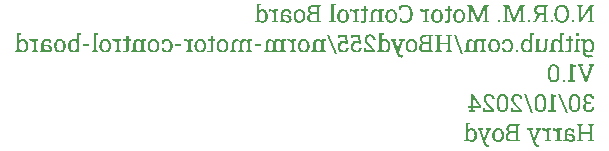
<source format=gbr>
%TF.GenerationSoftware,KiCad,Pcbnew,8.0.6*%
%TF.CreationDate,2024-10-30T22:23:04+00:00*%
%TF.ProjectId,NORMMotorControlBoard,4e4f524d-4d6f-4746-9f72-436f6e74726f,rev?*%
%TF.SameCoordinates,Original*%
%TF.FileFunction,Legend,Bot*%
%TF.FilePolarity,Positive*%
%FSLAX46Y46*%
G04 Gerber Fmt 4.6, Leading zero omitted, Abs format (unit mm)*
G04 Created by KiCad (PCBNEW 8.0.6) date 2024-10-30 22:23:04*
%MOMM*%
%LPD*%
G01*
G04 APERTURE LIST*
%ADD10C,0.100000*%
G04 APERTURE END LIST*
D10*
G36*
X152569003Y-90269000D02*
G01*
X152569003Y-90139673D01*
X152401575Y-90111096D01*
X152401575Y-88935067D01*
X152569003Y-88906124D01*
X152569003Y-88776065D01*
X152401575Y-88776065D01*
X152197876Y-88776065D01*
X151465514Y-89940004D01*
X151459286Y-89937806D01*
X151459286Y-88935067D01*
X151642834Y-88906124D01*
X151642834Y-88776065D01*
X151273905Y-88776065D01*
X151106843Y-88776065D01*
X151106843Y-88906124D01*
X151273905Y-88935067D01*
X151273905Y-90269000D01*
X151458553Y-90269000D01*
X152209966Y-89099198D01*
X152216194Y-89101030D01*
X152216194Y-90111096D01*
X152032646Y-90139673D01*
X152032646Y-90269000D01*
X152569003Y-90269000D01*
G37*
G36*
X150872736Y-90269000D02*
G01*
X150872736Y-90062004D01*
X150670870Y-90062004D01*
X150670870Y-90269000D01*
X150872736Y-90269000D01*
G37*
G36*
X149859464Y-88755314D02*
G01*
X149936281Y-88763580D01*
X150008460Y-88780597D01*
X150083221Y-88809771D01*
X150097422Y-88816867D01*
X150164434Y-88857804D01*
X150224791Y-88907829D01*
X150278494Y-88966941D01*
X150302751Y-88999567D01*
X150341726Y-89062891D01*
X150374673Y-89132128D01*
X150401592Y-89207276D01*
X150420185Y-89278396D01*
X150433466Y-89352906D01*
X150441434Y-89430804D01*
X150444090Y-89512091D01*
X150444090Y-89533706D01*
X150441434Y-89615451D01*
X150433466Y-89693624D01*
X150420185Y-89768225D01*
X150401592Y-89839254D01*
X150387381Y-89881619D01*
X150357113Y-89953277D01*
X150320817Y-90019022D01*
X150278494Y-90078856D01*
X150268285Y-90091317D01*
X150213252Y-90148254D01*
X150151564Y-90196246D01*
X150083221Y-90235294D01*
X150054004Y-90248260D01*
X149976953Y-90273111D01*
X149902713Y-90286239D01*
X149823836Y-90290615D01*
X149786220Y-90289751D01*
X149705814Y-90281485D01*
X149631261Y-90264467D01*
X149555290Y-90235294D01*
X149540921Y-90228200D01*
X149473494Y-90187363D01*
X149413437Y-90137582D01*
X149360751Y-90078856D01*
X149337190Y-90046345D01*
X149299512Y-89983227D01*
X149267921Y-89914196D01*
X149242415Y-89839254D01*
X149224944Y-89768225D01*
X149212465Y-89693624D01*
X149204978Y-89615451D01*
X149202482Y-89533706D01*
X149202482Y-89512091D01*
X149202531Y-89510259D01*
X149405448Y-89510259D01*
X149405448Y-89533706D01*
X149407516Y-89608449D01*
X149414947Y-89688889D01*
X149427781Y-89764016D01*
X149448678Y-89842185D01*
X149457147Y-89866537D01*
X149487731Y-89933410D01*
X149530821Y-89996837D01*
X149583501Y-90048815D01*
X149601176Y-90061975D01*
X149667351Y-90096493D01*
X149744688Y-90116629D01*
X149823836Y-90122454D01*
X149840438Y-90122163D01*
X149918684Y-90111995D01*
X149988987Y-90087301D01*
X150051348Y-90048082D01*
X150068468Y-90033625D01*
X150119817Y-89978041D01*
X150162364Y-89911079D01*
X150193131Y-89841086D01*
X150216331Y-89763004D01*
X150230579Y-89688100D01*
X150238828Y-89608021D01*
X150241124Y-89533706D01*
X150241124Y-89510259D01*
X150238828Y-89436443D01*
X150230579Y-89356976D01*
X150216331Y-89282730D01*
X150193131Y-89205444D01*
X150183667Y-89181217D01*
X150150524Y-89114563D01*
X150105336Y-89051107D01*
X150051348Y-88998815D01*
X150039511Y-88989720D01*
X149975562Y-88953048D01*
X149903670Y-88931044D01*
X149823836Y-88923710D01*
X149796835Y-88924364D01*
X149721551Y-88934168D01*
X149647963Y-88958862D01*
X149584966Y-88998082D01*
X149568084Y-89012532D01*
X149517995Y-89068002D01*
X149477423Y-89134706D01*
X149449045Y-89204345D01*
X149427970Y-89281718D01*
X149415027Y-89356188D01*
X149407534Y-89436015D01*
X149405448Y-89510259D01*
X149202531Y-89510259D01*
X149204393Y-89440779D01*
X149211256Y-89362458D01*
X149223112Y-89287525D01*
X149242415Y-89207276D01*
X149253000Y-89173147D01*
X149281210Y-89100626D01*
X149315507Y-89034017D01*
X149360751Y-88966941D01*
X149370699Y-88954391D01*
X149424859Y-88897097D01*
X149486390Y-88848890D01*
X149555290Y-88809771D01*
X149600006Y-88790970D01*
X149671956Y-88770063D01*
X149749761Y-88757907D01*
X149823836Y-88754450D01*
X149859464Y-88755314D01*
G37*
G36*
X149086344Y-90269000D02*
G01*
X149086344Y-90062004D01*
X148884478Y-90062004D01*
X148884478Y-90269000D01*
X149086344Y-90269000D01*
G37*
G36*
X148646341Y-88906124D02*
G01*
X148479279Y-88935067D01*
X148479279Y-90111096D01*
X148646341Y-90139673D01*
X148646341Y-90269000D01*
X148110350Y-90269000D01*
X148110350Y-90139673D01*
X148277412Y-90111096D01*
X148277412Y-89602583D01*
X147960508Y-89596682D01*
X147661187Y-90269000D01*
X147412060Y-90269000D01*
X147412060Y-90136742D01*
X147515374Y-90118424D01*
X147767579Y-89572817D01*
X147763980Y-89572064D01*
X147694893Y-89547628D01*
X147645663Y-89522029D01*
X147582980Y-89473497D01*
X147533692Y-89412806D01*
X147501153Y-89346413D01*
X147482121Y-89270150D01*
X147476540Y-89192255D01*
X147476672Y-89190423D01*
X147678406Y-89190423D01*
X147683215Y-89248652D01*
X147708460Y-89322171D01*
X147755343Y-89379101D01*
X147776020Y-89394213D01*
X147847757Y-89425383D01*
X147922680Y-89439551D01*
X148001540Y-89443581D01*
X148277412Y-89443581D01*
X148277412Y-88935067D01*
X147981023Y-88935067D01*
X147971417Y-88935134D01*
X147892108Y-88941793D01*
X147819079Y-88961972D01*
X147752412Y-89003944D01*
X147716638Y-89046393D01*
X147687151Y-89115163D01*
X147678406Y-89190423D01*
X147476672Y-89190423D01*
X147482264Y-89112950D01*
X147501784Y-89035054D01*
X147535158Y-88966941D01*
X147581613Y-88908620D01*
X147640883Y-88860602D01*
X147705884Y-88825891D01*
X147749714Y-88809331D01*
X147822174Y-88790916D01*
X147902690Y-88780210D01*
X147981023Y-88777164D01*
X148646341Y-88777164D01*
X148646341Y-88906124D01*
G37*
G36*
X147160734Y-90269000D02*
G01*
X147160734Y-90062004D01*
X146958867Y-90062004D01*
X146958867Y-90269000D01*
X147160734Y-90269000D01*
G37*
G36*
X146707541Y-90269000D02*
G01*
X146707541Y-90139673D01*
X146540479Y-90111096D01*
X146540479Y-88935067D01*
X146707541Y-88906124D01*
X146707541Y-88776065D01*
X146540479Y-88776065D01*
X146270835Y-88776065D01*
X145789799Y-89909230D01*
X145783570Y-89909230D01*
X145317921Y-88776065D01*
X144868026Y-88776065D01*
X144868026Y-88906124D01*
X145035088Y-88935067D01*
X145035088Y-90111096D01*
X144868026Y-90139673D01*
X144868026Y-90269000D01*
X145404383Y-90269000D01*
X145404383Y-90139673D01*
X145227796Y-90111096D01*
X145227796Y-89678420D01*
X145227796Y-89051937D01*
X145232925Y-89050838D01*
X145717991Y-90215510D01*
X145852447Y-90215510D01*
X146353633Y-89053036D01*
X146358762Y-89053769D01*
X146351801Y-89678420D01*
X146351801Y-90111096D01*
X146171184Y-90139673D01*
X146171184Y-90269000D01*
X146707541Y-90269000D01*
G37*
G36*
X144624027Y-90269000D02*
G01*
X144624027Y-90062004D01*
X144422161Y-90062004D01*
X144422161Y-90269000D01*
X144624027Y-90269000D01*
G37*
G36*
X143649132Y-90269000D02*
G01*
X143649132Y-90139673D01*
X143482070Y-90111096D01*
X143482070Y-88935067D01*
X143649132Y-88906124D01*
X143649132Y-88776065D01*
X143482070Y-88776065D01*
X143212426Y-88776065D01*
X142731390Y-89909230D01*
X142725161Y-89909230D01*
X142259512Y-88776065D01*
X141809617Y-88776065D01*
X141809617Y-88906124D01*
X141976679Y-88935067D01*
X141976679Y-90111096D01*
X141809617Y-90139673D01*
X141809617Y-90269000D01*
X142345974Y-90269000D01*
X142345974Y-90139673D01*
X142169387Y-90111096D01*
X142169387Y-89678420D01*
X142169387Y-89051937D01*
X142174516Y-89050838D01*
X142659582Y-90215510D01*
X142794038Y-90215510D01*
X143295224Y-89053036D01*
X143300353Y-89053769D01*
X143293392Y-89678420D01*
X143293392Y-90111096D01*
X143112775Y-90139673D01*
X143112775Y-90269000D01*
X143649132Y-90269000D01*
G37*
G36*
X141185585Y-89140912D02*
G01*
X141264172Y-89153087D01*
X141336384Y-89176796D01*
X141402220Y-89212039D01*
X141435685Y-89236058D01*
X141489745Y-89286100D01*
X141535865Y-89344894D01*
X141574045Y-89412440D01*
X141597599Y-89469972D01*
X141619382Y-89549094D01*
X141630717Y-89624290D01*
X141634495Y-89704066D01*
X141634495Y-89726414D01*
X141631602Y-89796486D01*
X141621212Y-89872318D01*
X141603266Y-89943615D01*
X141574045Y-90018406D01*
X141553814Y-90056907D01*
X141511223Y-90119446D01*
X141460692Y-90173290D01*
X141402220Y-90218441D01*
X141358960Y-90242969D01*
X141288468Y-90270246D01*
X141211253Y-90286104D01*
X141136972Y-90290615D01*
X141090259Y-90288862D01*
X141011359Y-90276871D01*
X140939125Y-90253519D01*
X140873556Y-90218808D01*
X140840206Y-90195008D01*
X140786352Y-90145317D01*
X140740438Y-90086816D01*
X140702464Y-90019505D01*
X140675857Y-89953239D01*
X140656852Y-89882302D01*
X140645449Y-89806694D01*
X140641648Y-89726414D01*
X140641648Y-89704066D01*
X140843881Y-89704066D01*
X140843881Y-89726414D01*
X140846518Y-89790183D01*
X140856904Y-89862770D01*
X140877220Y-89935242D01*
X140886053Y-89957538D01*
X140924812Y-90026110D01*
X140975772Y-90079956D01*
X140992476Y-90092320D01*
X141063885Y-90124005D01*
X141136972Y-90132712D01*
X141160849Y-90131888D01*
X141236754Y-90116020D01*
X141300737Y-90079956D01*
X141320540Y-90062415D01*
X141367423Y-90003311D01*
X141399655Y-89935242D01*
X141415417Y-89881545D01*
X141428409Y-89803818D01*
X141432262Y-89726414D01*
X141432262Y-89704066D01*
X141430224Y-89647211D01*
X141419525Y-89567853D01*
X141399655Y-89495605D01*
X141390903Y-89473228D01*
X141352244Y-89404556D01*
X141301103Y-89350891D01*
X141279859Y-89335692D01*
X141212379Y-89306841D01*
X141139170Y-89298134D01*
X141121178Y-89298598D01*
X141044622Y-89313023D01*
X140976138Y-89350891D01*
X140956432Y-89368334D01*
X140909629Y-89427359D01*
X140877220Y-89495605D01*
X140861104Y-89549124D01*
X140847820Y-89626705D01*
X140843881Y-89704066D01*
X140641648Y-89704066D01*
X140644558Y-89633601D01*
X140655011Y-89557534D01*
X140673066Y-89486231D01*
X140702464Y-89411707D01*
X140722598Y-89373312D01*
X140765105Y-89310918D01*
X140815669Y-89257160D01*
X140874289Y-89212039D01*
X140917424Y-89187262D01*
X140987778Y-89159708D01*
X141064913Y-89143689D01*
X141139170Y-89139132D01*
X141185585Y-89140912D01*
G37*
G36*
X140095032Y-90286585D02*
G01*
X140173645Y-90278057D01*
X140245678Y-90249300D01*
X140290304Y-90214411D01*
X140334285Y-90147847D01*
X140355430Y-90073802D01*
X140362408Y-89992722D01*
X140362478Y-89982869D01*
X140362478Y-89309125D01*
X140537967Y-89309125D01*
X140537967Y-89159648D01*
X140362478Y-89159648D01*
X140362478Y-88891836D01*
X140160612Y-88891836D01*
X140160612Y-89159648D01*
X139919544Y-89159648D01*
X139919544Y-89309125D01*
X140160612Y-89309125D01*
X140160612Y-89982869D01*
X140151616Y-90055941D01*
X140128738Y-90100838D01*
X140062915Y-90137601D01*
X140043741Y-90138940D01*
X139969338Y-90133144D01*
X139963874Y-90132346D01*
X139894997Y-90120256D01*
X139867154Y-90252513D01*
X139941098Y-90270296D01*
X139975598Y-90276327D01*
X140048633Y-90284892D01*
X140095032Y-90286585D01*
G37*
G36*
X139306869Y-89140912D02*
G01*
X139385456Y-89153087D01*
X139457668Y-89176796D01*
X139523504Y-89212039D01*
X139556969Y-89236058D01*
X139611029Y-89286100D01*
X139657149Y-89344894D01*
X139695329Y-89412440D01*
X139718883Y-89469972D01*
X139740666Y-89549094D01*
X139752001Y-89624290D01*
X139755779Y-89704066D01*
X139755779Y-89726414D01*
X139752886Y-89796486D01*
X139742496Y-89872318D01*
X139724550Y-89943615D01*
X139695329Y-90018406D01*
X139675098Y-90056907D01*
X139632507Y-90119446D01*
X139581976Y-90173290D01*
X139523504Y-90218441D01*
X139480244Y-90242969D01*
X139409752Y-90270246D01*
X139332537Y-90286104D01*
X139258256Y-90290615D01*
X139211543Y-90288862D01*
X139132643Y-90276871D01*
X139060409Y-90253519D01*
X138994840Y-90218808D01*
X138961490Y-90195008D01*
X138907636Y-90145317D01*
X138861722Y-90086816D01*
X138823748Y-90019505D01*
X138797141Y-89953239D01*
X138778136Y-89882302D01*
X138766733Y-89806694D01*
X138762932Y-89726414D01*
X138762932Y-89704066D01*
X138965165Y-89704066D01*
X138965165Y-89726414D01*
X138967802Y-89790183D01*
X138978188Y-89862770D01*
X138998504Y-89935242D01*
X139007337Y-89957538D01*
X139046096Y-90026110D01*
X139097056Y-90079956D01*
X139113760Y-90092320D01*
X139185169Y-90124005D01*
X139258256Y-90132712D01*
X139282133Y-90131888D01*
X139358038Y-90116020D01*
X139422021Y-90079956D01*
X139441824Y-90062415D01*
X139488707Y-90003311D01*
X139520939Y-89935242D01*
X139536701Y-89881545D01*
X139549693Y-89803818D01*
X139553546Y-89726414D01*
X139553546Y-89704066D01*
X139551508Y-89647211D01*
X139540809Y-89567853D01*
X139520939Y-89495605D01*
X139512187Y-89473228D01*
X139473528Y-89404556D01*
X139422387Y-89350891D01*
X139401143Y-89335692D01*
X139333663Y-89306841D01*
X139260454Y-89298134D01*
X139242462Y-89298598D01*
X139165906Y-89313023D01*
X139097422Y-89350891D01*
X139077716Y-89368334D01*
X139030913Y-89427359D01*
X138998504Y-89495605D01*
X138982388Y-89549124D01*
X138969104Y-89626705D01*
X138965165Y-89704066D01*
X138762932Y-89704066D01*
X138765842Y-89633601D01*
X138776295Y-89557534D01*
X138794350Y-89486231D01*
X138823748Y-89411707D01*
X138843882Y-89373312D01*
X138886389Y-89310918D01*
X138936953Y-89257160D01*
X138995573Y-89212039D01*
X139038708Y-89187262D01*
X139109062Y-89159708D01*
X139186197Y-89143689D01*
X139260454Y-89139132D01*
X139306869Y-89140912D01*
G37*
G36*
X138609792Y-90269000D02*
G01*
X138609792Y-90139673D01*
X138442729Y-90111096D01*
X138442729Y-89318284D01*
X138609792Y-89289708D01*
X138609792Y-89159648D01*
X138262478Y-89159648D01*
X138244893Y-89301065D01*
X138243061Y-89320482D01*
X138201033Y-89257530D01*
X138147659Y-89203394D01*
X138126557Y-89187492D01*
X138057214Y-89152781D01*
X137984505Y-89139557D01*
X137967921Y-89139132D01*
X137903075Y-89144628D01*
X137855448Y-89155252D01*
X137881826Y-89343197D01*
X138022510Y-89334771D01*
X138096057Y-89341365D01*
X138156965Y-89371407D01*
X138210198Y-89426907D01*
X138240863Y-89482415D01*
X138240863Y-90111096D01*
X138073801Y-90139673D01*
X138073801Y-90269000D01*
X138609792Y-90269000D01*
G37*
G36*
X136529575Y-90290615D02*
G01*
X136611179Y-90287150D01*
X136687553Y-90276756D01*
X136770046Y-90255872D01*
X136845423Y-90225555D01*
X136904366Y-90192063D01*
X136966506Y-90145475D01*
X137021494Y-90091945D01*
X137069329Y-90031473D01*
X137110011Y-89964058D01*
X137130046Y-89922419D01*
X137159311Y-89845340D01*
X137181387Y-89763807D01*
X137194589Y-89690379D01*
X137202511Y-89613678D01*
X137205151Y-89533706D01*
X137205151Y-89512091D01*
X137202382Y-89431634D01*
X137194074Y-89354577D01*
X137180228Y-89280921D01*
X137157075Y-89199286D01*
X137126383Y-89122279D01*
X137088483Y-89051040D01*
X137044027Y-88986709D01*
X136993013Y-88929284D01*
X136935444Y-88878767D01*
X136899603Y-88853002D01*
X136832256Y-88814601D01*
X136759404Y-88785632D01*
X136681048Y-88766095D01*
X136597187Y-88755989D01*
X136546794Y-88754450D01*
X136467541Y-88758014D01*
X136392170Y-88768708D01*
X136320683Y-88786530D01*
X136282646Y-88799512D01*
X136211548Y-88830110D01*
X136142597Y-88869386D01*
X136083344Y-88914551D01*
X136083344Y-89236585D01*
X136244544Y-89236585D01*
X136265793Y-89000646D01*
X136330788Y-88962218D01*
X136341264Y-88957782D01*
X136413481Y-88935448D01*
X136435786Y-88931037D01*
X136510971Y-88922442D01*
X136547893Y-88921512D01*
X136626761Y-88927482D01*
X136698499Y-88945391D01*
X136769847Y-88979294D01*
X136795922Y-88996983D01*
X136854555Y-89049698D01*
X136903599Y-89113504D01*
X136939540Y-89180412D01*
X136949795Y-89204711D01*
X136975120Y-89282352D01*
X136990674Y-89356815D01*
X136999678Y-89436408D01*
X137002185Y-89510259D01*
X137002185Y-89533706D01*
X136999520Y-89613160D01*
X136991526Y-89687389D01*
X136975864Y-89765825D01*
X136953241Y-89837438D01*
X136946498Y-89854275D01*
X136910939Y-89923920D01*
X136867324Y-89983655D01*
X136809415Y-90038402D01*
X136783466Y-90056875D01*
X136711831Y-90093583D01*
X136639591Y-90114996D01*
X136559989Y-90125396D01*
X136522248Y-90126484D01*
X136446883Y-90121624D01*
X136381930Y-90109265D01*
X136311979Y-90086235D01*
X136267991Y-90063836D01*
X136245277Y-89855741D01*
X136087374Y-89855741D01*
X136087374Y-90179973D01*
X136155157Y-90215797D01*
X136225347Y-90243023D01*
X136288508Y-90261306D01*
X136362267Y-90276762D01*
X136437457Y-90286493D01*
X136514079Y-90290501D01*
X136529575Y-90290615D01*
G37*
G36*
X135436597Y-89140912D02*
G01*
X135515184Y-89153087D01*
X135587396Y-89176796D01*
X135653232Y-89212039D01*
X135686697Y-89236058D01*
X135740757Y-89286100D01*
X135786877Y-89344894D01*
X135825057Y-89412440D01*
X135848611Y-89469972D01*
X135870394Y-89549094D01*
X135881729Y-89624290D01*
X135885507Y-89704066D01*
X135885507Y-89726414D01*
X135882614Y-89796486D01*
X135872224Y-89872318D01*
X135854278Y-89943615D01*
X135825057Y-90018406D01*
X135804826Y-90056907D01*
X135762235Y-90119446D01*
X135711704Y-90173290D01*
X135653232Y-90218441D01*
X135609972Y-90242969D01*
X135539480Y-90270246D01*
X135462265Y-90286104D01*
X135387984Y-90290615D01*
X135341271Y-90288862D01*
X135262371Y-90276871D01*
X135190137Y-90253519D01*
X135124568Y-90218808D01*
X135091218Y-90195008D01*
X135037364Y-90145317D01*
X134991450Y-90086816D01*
X134953476Y-90019505D01*
X134926869Y-89953239D01*
X134907864Y-89882302D01*
X134896461Y-89806694D01*
X134892660Y-89726414D01*
X134892660Y-89704066D01*
X135094893Y-89704066D01*
X135094893Y-89726414D01*
X135097530Y-89790183D01*
X135107916Y-89862770D01*
X135128232Y-89935242D01*
X135137065Y-89957538D01*
X135175823Y-90026110D01*
X135226784Y-90079956D01*
X135243488Y-90092320D01*
X135314897Y-90124005D01*
X135387984Y-90132712D01*
X135411861Y-90131888D01*
X135487765Y-90116020D01*
X135551749Y-90079956D01*
X135571552Y-90062415D01*
X135618435Y-90003311D01*
X135650667Y-89935242D01*
X135666429Y-89881545D01*
X135679421Y-89803818D01*
X135683274Y-89726414D01*
X135683274Y-89704066D01*
X135681236Y-89647211D01*
X135670537Y-89567853D01*
X135650667Y-89495605D01*
X135641915Y-89473228D01*
X135603256Y-89404556D01*
X135552115Y-89350891D01*
X135530871Y-89335692D01*
X135463391Y-89306841D01*
X135390182Y-89298134D01*
X135372190Y-89298598D01*
X135295634Y-89313023D01*
X135227150Y-89350891D01*
X135207444Y-89368334D01*
X135160641Y-89427359D01*
X135128232Y-89495605D01*
X135112116Y-89549124D01*
X135098832Y-89626705D01*
X135094893Y-89704066D01*
X134892660Y-89704066D01*
X134895570Y-89633601D01*
X134906023Y-89557534D01*
X134924078Y-89486231D01*
X134953476Y-89411707D01*
X134973610Y-89373312D01*
X135016117Y-89310918D01*
X135066681Y-89257160D01*
X135125301Y-89212039D01*
X135168436Y-89187262D01*
X135238790Y-89159708D01*
X135315925Y-89143689D01*
X135390182Y-89139132D01*
X135436597Y-89140912D01*
G37*
G36*
X134737688Y-90269000D02*
G01*
X134737688Y-90139673D01*
X134570625Y-90111096D01*
X134570625Y-89318284D01*
X134737688Y-89289708D01*
X134737688Y-89159648D01*
X134390008Y-89159648D01*
X134375720Y-89324512D01*
X134330262Y-89264079D01*
X134272063Y-89211052D01*
X134236868Y-89187859D01*
X134165129Y-89156310D01*
X134092039Y-89141464D01*
X134046358Y-89139132D01*
X133971836Y-89144164D01*
X133896113Y-89162236D01*
X133822968Y-89198277D01*
X133768654Y-89244279D01*
X133725538Y-89303836D01*
X133694740Y-89377727D01*
X133677898Y-89454140D01*
X133670968Y-89528372D01*
X133670102Y-89568511D01*
X133670102Y-90111096D01*
X133503040Y-90139673D01*
X133503040Y-90269000D01*
X134039397Y-90269000D01*
X134039397Y-90139673D01*
X133872335Y-90111096D01*
X133872335Y-89572907D01*
X133876914Y-89497051D01*
X133894947Y-89422755D01*
X133930221Y-89364812D01*
X133992581Y-89322738D01*
X134064675Y-89305427D01*
X134107175Y-89303263D01*
X134184492Y-89312521D01*
X134252955Y-89340293D01*
X134261414Y-89345395D01*
X134321681Y-89394946D01*
X134365870Y-89455541D01*
X134368392Y-89460067D01*
X134368392Y-90111096D01*
X134201330Y-90139673D01*
X134201330Y-90269000D01*
X134737688Y-90269000D01*
G37*
G36*
X133011013Y-90286585D02*
G01*
X133089625Y-90278057D01*
X133161659Y-90249300D01*
X133206285Y-90214411D01*
X133250266Y-90147847D01*
X133271410Y-90073802D01*
X133278388Y-89992722D01*
X133278459Y-89982869D01*
X133278459Y-89309125D01*
X133453947Y-89309125D01*
X133453947Y-89159648D01*
X133278459Y-89159648D01*
X133278459Y-88891836D01*
X133076592Y-88891836D01*
X133076592Y-89159648D01*
X132835524Y-89159648D01*
X132835524Y-89309125D01*
X133076592Y-89309125D01*
X133076592Y-89982869D01*
X133067596Y-90055941D01*
X133044718Y-90100838D01*
X132978896Y-90137601D01*
X132959722Y-90138940D01*
X132885318Y-90133144D01*
X132879854Y-90132346D01*
X132810978Y-90120256D01*
X132783134Y-90252513D01*
X132857079Y-90270296D01*
X132891578Y-90276327D01*
X132964613Y-90284892D01*
X133011013Y-90286585D01*
G37*
G36*
X132657105Y-90269000D02*
G01*
X132657105Y-90139673D01*
X132490043Y-90111096D01*
X132490043Y-89318284D01*
X132657105Y-89289708D01*
X132657105Y-89159648D01*
X132309792Y-89159648D01*
X132292206Y-89301065D01*
X132290374Y-89320482D01*
X132248347Y-89257530D01*
X132194972Y-89203394D01*
X132173870Y-89187492D01*
X132104528Y-89152781D01*
X132031819Y-89139557D01*
X132015235Y-89139132D01*
X131950388Y-89144628D01*
X131902761Y-89155252D01*
X131929139Y-89343197D01*
X132069823Y-89334771D01*
X132143371Y-89341365D01*
X132204279Y-89371407D01*
X132257512Y-89426907D01*
X132288176Y-89482415D01*
X132288176Y-90111096D01*
X132121114Y-90139673D01*
X132121114Y-90269000D01*
X132657105Y-90269000D01*
G37*
G36*
X131347972Y-89140912D02*
G01*
X131426559Y-89153087D01*
X131498771Y-89176796D01*
X131564607Y-89212039D01*
X131598071Y-89236058D01*
X131652132Y-89286100D01*
X131698252Y-89344894D01*
X131736431Y-89412440D01*
X131759986Y-89469972D01*
X131781769Y-89549094D01*
X131793103Y-89624290D01*
X131796882Y-89704066D01*
X131796882Y-89726414D01*
X131793989Y-89796486D01*
X131783599Y-89872318D01*
X131765653Y-89943615D01*
X131736431Y-90018406D01*
X131716201Y-90056907D01*
X131673610Y-90119446D01*
X131623079Y-90173290D01*
X131564607Y-90218441D01*
X131521347Y-90242969D01*
X131450855Y-90270246D01*
X131373639Y-90286104D01*
X131299359Y-90290615D01*
X131252646Y-90288862D01*
X131173746Y-90276871D01*
X131101512Y-90253519D01*
X131035943Y-90218808D01*
X131002593Y-90195008D01*
X130948738Y-90145317D01*
X130902824Y-90086816D01*
X130864851Y-90019505D01*
X130838244Y-89953239D01*
X130819239Y-89882302D01*
X130807835Y-89806694D01*
X130804034Y-89726414D01*
X130804034Y-89704066D01*
X131006267Y-89704066D01*
X131006267Y-89726414D01*
X131008905Y-89790183D01*
X131019291Y-89862770D01*
X131039607Y-89935242D01*
X131048439Y-89957538D01*
X131087198Y-90026110D01*
X131138159Y-90079956D01*
X131154863Y-90092320D01*
X131226271Y-90124005D01*
X131299359Y-90132712D01*
X131323236Y-90131888D01*
X131399140Y-90116020D01*
X131463124Y-90079956D01*
X131482927Y-90062415D01*
X131529810Y-90003311D01*
X131562042Y-89935242D01*
X131577804Y-89881545D01*
X131590796Y-89803818D01*
X131594648Y-89726414D01*
X131594648Y-89704066D01*
X131592611Y-89647211D01*
X131581912Y-89567853D01*
X131562042Y-89495605D01*
X131553289Y-89473228D01*
X131514631Y-89404556D01*
X131463490Y-89350891D01*
X131442245Y-89335692D01*
X131374766Y-89306841D01*
X131301557Y-89298134D01*
X131283565Y-89298598D01*
X131207009Y-89313023D01*
X131138525Y-89350891D01*
X131118819Y-89368334D01*
X131072016Y-89427359D01*
X131039607Y-89495605D01*
X131023491Y-89549124D01*
X131010207Y-89626705D01*
X131006267Y-89704066D01*
X130804034Y-89704066D01*
X130806945Y-89633601D01*
X130817397Y-89557534D01*
X130835452Y-89486231D01*
X130864851Y-89411707D01*
X130884985Y-89373312D01*
X130927492Y-89310918D01*
X130978056Y-89257160D01*
X131036676Y-89212039D01*
X131079811Y-89187262D01*
X131150165Y-89159708D01*
X131227300Y-89143689D01*
X131301557Y-89139132D01*
X131347972Y-89140912D01*
G37*
G36*
X130679837Y-90269000D02*
G01*
X130679837Y-90139673D01*
X130512775Y-90111096D01*
X130512775Y-88828455D01*
X130679837Y-88799512D01*
X130679837Y-88669453D01*
X130310542Y-88669453D01*
X130310542Y-90111096D01*
X130143480Y-90139673D01*
X130143480Y-90269000D01*
X130679837Y-90269000D01*
G37*
G36*
X129470835Y-88906124D02*
G01*
X129303773Y-88935067D01*
X129303773Y-90111096D01*
X129470835Y-90139673D01*
X129470835Y-90269000D01*
X128763385Y-90269000D01*
X128694587Y-90266361D01*
X128618097Y-90256229D01*
X128537226Y-90234803D01*
X128465366Y-90203034D01*
X128402517Y-90160922D01*
X128371261Y-90132306D01*
X128321252Y-90066039D01*
X128291169Y-89998177D01*
X128273848Y-89921092D01*
X128269277Y-89849512D01*
X128472126Y-89849512D01*
X128476911Y-89908589D01*
X128502036Y-89983808D01*
X128548696Y-90042953D01*
X128608446Y-90081749D01*
X128682914Y-90104442D01*
X128763385Y-90111096D01*
X129101906Y-90111096D01*
X129101906Y-89568511D01*
X128732611Y-89568511D01*
X128663606Y-89574452D01*
X128593908Y-89597849D01*
X128536240Y-89643616D01*
X128499737Y-89701665D01*
X128478387Y-89773048D01*
X128472126Y-89849512D01*
X128269277Y-89849512D01*
X128269160Y-89847681D01*
X128269715Y-89824834D01*
X128280404Y-89748569D01*
X128304697Y-89678054D01*
X128309210Y-89668438D01*
X128350442Y-89602251D01*
X128404715Y-89546529D01*
X128421236Y-89533621D01*
X128485369Y-89497186D01*
X128559321Y-89474355D01*
X128510022Y-89452786D01*
X128445604Y-89410986D01*
X128392625Y-89357852D01*
X128371210Y-89327717D01*
X128340010Y-89257387D01*
X128329610Y-89180165D01*
X128329701Y-89175769D01*
X128531843Y-89175769D01*
X128533480Y-89208654D01*
X128553057Y-89283690D01*
X128598888Y-89347593D01*
X128630218Y-89372147D01*
X128699008Y-89401747D01*
X128774743Y-89410608D01*
X129101906Y-89410608D01*
X129101906Y-88935067D01*
X128827133Y-88935067D01*
X128751711Y-88939820D01*
X128674090Y-88958537D01*
X128607681Y-88995151D01*
X128574502Y-89028834D01*
X128540804Y-89099879D01*
X128531843Y-89175769D01*
X128329701Y-89175769D01*
X128330125Y-89155282D01*
X128340043Y-89074436D01*
X128362583Y-89003303D01*
X128403799Y-88933899D01*
X128461501Y-88877182D01*
X128514429Y-88842818D01*
X128585295Y-88811713D01*
X128665978Y-88790285D01*
X128742949Y-88779620D01*
X128827133Y-88776065D01*
X129303773Y-88776065D01*
X129470835Y-88776065D01*
X129470835Y-88906124D01*
G37*
G36*
X127669674Y-89140912D02*
G01*
X127748262Y-89153087D01*
X127820473Y-89176796D01*
X127886309Y-89212039D01*
X127919774Y-89236058D01*
X127973835Y-89286100D01*
X128019955Y-89344894D01*
X128058134Y-89412440D01*
X128081688Y-89469972D01*
X128103472Y-89549094D01*
X128114806Y-89624290D01*
X128118584Y-89704066D01*
X128118584Y-89726414D01*
X128115692Y-89796486D01*
X128105302Y-89872318D01*
X128087356Y-89943615D01*
X128058134Y-90018406D01*
X128037904Y-90056907D01*
X127995313Y-90119446D01*
X127944781Y-90173290D01*
X127886309Y-90218441D01*
X127843050Y-90242969D01*
X127772558Y-90270246D01*
X127695342Y-90286104D01*
X127621062Y-90290615D01*
X127574348Y-90288862D01*
X127495449Y-90276871D01*
X127423215Y-90253519D01*
X127357646Y-90218808D01*
X127324295Y-90195008D01*
X127270441Y-90145317D01*
X127224527Y-90086816D01*
X127186554Y-90019505D01*
X127159946Y-89953239D01*
X127140941Y-89882302D01*
X127129538Y-89806694D01*
X127125737Y-89726414D01*
X127125737Y-89704066D01*
X127327970Y-89704066D01*
X127327970Y-89726414D01*
X127330607Y-89790183D01*
X127340993Y-89862770D01*
X127361309Y-89935242D01*
X127370142Y-89957538D01*
X127408901Y-90026110D01*
X127459861Y-90079956D01*
X127476565Y-90092320D01*
X127547974Y-90124005D01*
X127621062Y-90132712D01*
X127644938Y-90131888D01*
X127720843Y-90116020D01*
X127784826Y-90079956D01*
X127804629Y-90062415D01*
X127851513Y-90003311D01*
X127883745Y-89935242D01*
X127899507Y-89881545D01*
X127912498Y-89803818D01*
X127916351Y-89726414D01*
X127916351Y-89704066D01*
X127914313Y-89647211D01*
X127903614Y-89567853D01*
X127883745Y-89495605D01*
X127874992Y-89473228D01*
X127836334Y-89404556D01*
X127785193Y-89350891D01*
X127763948Y-89335692D01*
X127696468Y-89306841D01*
X127623260Y-89298134D01*
X127605268Y-89298598D01*
X127528712Y-89313023D01*
X127460228Y-89350891D01*
X127440521Y-89368334D01*
X127393718Y-89427359D01*
X127361309Y-89495605D01*
X127345193Y-89549124D01*
X127331910Y-89626705D01*
X127327970Y-89704066D01*
X127125737Y-89704066D01*
X127128647Y-89633601D01*
X127139100Y-89557534D01*
X127157155Y-89486231D01*
X127186554Y-89411707D01*
X127206688Y-89373312D01*
X127249195Y-89310918D01*
X127299758Y-89257160D01*
X127358378Y-89212039D01*
X127401514Y-89187262D01*
X127471867Y-89159708D01*
X127549002Y-89143689D01*
X127623260Y-89139132D01*
X127669674Y-89140912D01*
G37*
G36*
X126555132Y-89141595D02*
G01*
X126631769Y-89151297D01*
X126709547Y-89170273D01*
X126751810Y-89185317D01*
X126818794Y-89217715D01*
X126883570Y-89262230D01*
X126883570Y-89516487D01*
X126727866Y-89516487D01*
X126706250Y-89361515D01*
X126681826Y-89345837D01*
X126612827Y-89314987D01*
X126568130Y-89304075D01*
X126491927Y-89298134D01*
X126458559Y-89299485D01*
X126383104Y-89315638D01*
X126320102Y-89353455D01*
X126305762Y-89367990D01*
X126269017Y-89435035D01*
X126258919Y-89509160D01*
X126258919Y-89617970D01*
X126457122Y-89617970D01*
X126512981Y-89619470D01*
X126590888Y-89627344D01*
X126672859Y-89645060D01*
X126745222Y-89671963D01*
X126816159Y-89713958D01*
X126859986Y-89752005D01*
X126908724Y-89817287D01*
X126937060Y-89892423D01*
X126945120Y-89967482D01*
X126944327Y-89995724D01*
X126932446Y-90073149D01*
X126902521Y-90146329D01*
X126854994Y-90205985D01*
X126818149Y-90234746D01*
X126751965Y-90266730D01*
X126672682Y-90285326D01*
X126591212Y-90290615D01*
X126548336Y-90288231D01*
X126471685Y-90271152D01*
X126404366Y-90240789D01*
X126372436Y-90221229D01*
X126310414Y-90172839D01*
X126258187Y-90116226D01*
X126250859Y-90188033D01*
X126249862Y-90194845D01*
X126236571Y-90269000D01*
X125946411Y-90269000D01*
X125946411Y-90139673D01*
X126054122Y-90128682D01*
X126056686Y-90087649D01*
X126057053Y-90045517D01*
X126057053Y-89957224D01*
X126258919Y-89957224D01*
X126268634Y-89973864D01*
X126318216Y-90030864D01*
X126377988Y-90073361D01*
X126409780Y-90089671D01*
X126482816Y-90113434D01*
X126561536Y-90121355D01*
X126628098Y-90115006D01*
X126698190Y-90082886D01*
X126727366Y-90045947D01*
X126743253Y-89971512D01*
X126742641Y-89956263D01*
X126721228Y-89884172D01*
X126673644Y-89823134D01*
X126617310Y-89785172D01*
X126544526Y-89762967D01*
X126464083Y-89756456D01*
X126258919Y-89756456D01*
X126258919Y-89957224D01*
X126057053Y-89957224D01*
X126057053Y-89511358D01*
X126062557Y-89436798D01*
X126082330Y-89361333D01*
X126121762Y-89288861D01*
X126172091Y-89235486D01*
X126186766Y-89223818D01*
X126252276Y-89184674D01*
X126328686Y-89157575D01*
X126404485Y-89143743D01*
X126488630Y-89139132D01*
X126555132Y-89141595D01*
G37*
G36*
X125791438Y-90269000D02*
G01*
X125791438Y-90139673D01*
X125624376Y-90111096D01*
X125624376Y-89318284D01*
X125791438Y-89289708D01*
X125791438Y-89159648D01*
X125444125Y-89159648D01*
X125426540Y-89301065D01*
X125424708Y-89320482D01*
X125382680Y-89257530D01*
X125329306Y-89203394D01*
X125308204Y-89187492D01*
X125238861Y-89152781D01*
X125166152Y-89139557D01*
X125149568Y-89139132D01*
X125084722Y-89144628D01*
X125037094Y-89155252D01*
X125063473Y-89343197D01*
X125204157Y-89334771D01*
X125277704Y-89341365D01*
X125338612Y-89371407D01*
X125391845Y-89426907D01*
X125422510Y-89482415D01*
X125422510Y-90111096D01*
X125255448Y-90139673D01*
X125255448Y-90269000D01*
X125791438Y-90269000D01*
G37*
G36*
X124360420Y-88799512D02*
G01*
X124193357Y-88828455D01*
X124193357Y-89280549D01*
X124203580Y-89267921D01*
X124256394Y-89216570D01*
X124322318Y-89175402D01*
X124346360Y-89164953D01*
X124419771Y-89145118D01*
X124495974Y-89139132D01*
X124512859Y-89139423D01*
X124592729Y-89149591D01*
X124665014Y-89174284D01*
X124729715Y-89213504D01*
X124747581Y-89227977D01*
X124801277Y-89283847D01*
X124845956Y-89351453D01*
X124878459Y-89422332D01*
X124881614Y-89430756D01*
X124903253Y-89501263D01*
X124918480Y-89577313D01*
X124927295Y-89658903D01*
X124929750Y-89734840D01*
X124929750Y-89756456D01*
X124927946Y-89814965D01*
X124919932Y-89888650D01*
X124903253Y-89965634D01*
X124878459Y-90036358D01*
X124871870Y-90051129D01*
X124833602Y-90118842D01*
X124786461Y-90176322D01*
X124730448Y-90223570D01*
X124711906Y-90235552D01*
X124645216Y-90266979D01*
X124571013Y-90285312D01*
X124497806Y-90290615D01*
X124466129Y-90289667D01*
X124389460Y-90278327D01*
X124316090Y-90251780D01*
X124292074Y-90238636D01*
X124231206Y-90192313D01*
X124183099Y-90136742D01*
X124166613Y-90269000D01*
X123824429Y-90269000D01*
X123824429Y-90139673D01*
X123991491Y-90111096D01*
X123991491Y-89454938D01*
X124193357Y-89454938D01*
X124193357Y-89969680D01*
X124195874Y-89974318D01*
X124238695Y-90035992D01*
X124294840Y-90085451D01*
X124302646Y-90090420D01*
X124373125Y-90118630D01*
X124446515Y-90126484D01*
X124455418Y-90126385D01*
X124536419Y-90114492D01*
X124608660Y-90078517D01*
X124659006Y-90025001D01*
X124682289Y-89984639D01*
X124708181Y-89915451D01*
X124723235Y-89835888D01*
X124727517Y-89756456D01*
X124727517Y-89734840D01*
X124725082Y-89665205D01*
X124715495Y-89586864D01*
X124696742Y-89509893D01*
X124686356Y-89480591D01*
X124652151Y-89414117D01*
X124603685Y-89358218D01*
X124587497Y-89345338D01*
X124517408Y-89312333D01*
X124444683Y-89303263D01*
X124439258Y-89303303D01*
X124363625Y-89313521D01*
X124294840Y-89344296D01*
X124238146Y-89392290D01*
X124193357Y-89454938D01*
X123991491Y-89454938D01*
X123991491Y-88669453D01*
X124193357Y-88669453D01*
X124360420Y-88669453D01*
X124360420Y-88799512D01*
G37*
G36*
X152151150Y-91659423D02*
G01*
X152231707Y-91669591D01*
X152304680Y-91694284D01*
X152370067Y-91733504D01*
X152393909Y-91753036D01*
X152447354Y-91810080D01*
X152487930Y-91871453D01*
X152521376Y-91942332D01*
X152524621Y-91950756D01*
X152546878Y-92021263D01*
X152562540Y-92097313D01*
X152571608Y-92178903D01*
X152574132Y-92254840D01*
X152574132Y-92276456D01*
X152572277Y-92334605D01*
X152564034Y-92407969D01*
X152546878Y-92484811D01*
X152521376Y-92555625D01*
X152514559Y-92570485D01*
X152475197Y-92638555D01*
X152427033Y-92696251D01*
X152370067Y-92743570D01*
X152351267Y-92755552D01*
X152283947Y-92786979D01*
X152209472Y-92805312D01*
X152136327Y-92810615D01*
X152106084Y-92809738D01*
X152032643Y-92799255D01*
X151961937Y-92774711D01*
X151947905Y-92767683D01*
X151883344Y-92723655D01*
X151831512Y-92669198D01*
X151831512Y-92774711D01*
X151836525Y-92848539D01*
X151856270Y-92924921D01*
X151894893Y-92990866D01*
X151946744Y-93034043D01*
X152015651Y-93059298D01*
X152093096Y-93066704D01*
X152167010Y-93061849D01*
X152242939Y-93047286D01*
X152306331Y-93028333D01*
X152376295Y-92998193D01*
X152428319Y-93154997D01*
X152405677Y-93166511D01*
X152336474Y-93194560D01*
X152264554Y-93215081D01*
X152241405Y-93220233D01*
X152169015Y-93232233D01*
X152090898Y-93237063D01*
X152063607Y-93236570D01*
X151986449Y-93229180D01*
X151909012Y-93210569D01*
X151840304Y-93181009D01*
X151780756Y-93141518D01*
X151726327Y-93087250D01*
X151683501Y-93021641D01*
X151673876Y-93001915D01*
X151648631Y-92931047D01*
X151633905Y-92852307D01*
X151629645Y-92774711D01*
X151629645Y-91976770D01*
X151831512Y-91976770D01*
X151831512Y-92487482D01*
X151834029Y-92492188D01*
X151876849Y-92554801D01*
X151932995Y-92605085D01*
X151940804Y-92610098D01*
X152011627Y-92638560D01*
X152085769Y-92646484D01*
X152103569Y-92646087D01*
X152183897Y-92632213D01*
X152249771Y-92598517D01*
X152301191Y-92545001D01*
X152325220Y-92504639D01*
X152351943Y-92435451D01*
X152367480Y-92355888D01*
X152371899Y-92276456D01*
X152371899Y-92254840D01*
X152369407Y-92185736D01*
X152359591Y-92107808D01*
X152340392Y-92030992D01*
X152329644Y-92001672D01*
X152294333Y-91934984D01*
X152244404Y-91878584D01*
X152227872Y-91865618D01*
X152156903Y-91832393D01*
X152083937Y-91823263D01*
X152078444Y-91823304D01*
X152002146Y-91833613D01*
X151933361Y-91864662D01*
X151876575Y-91913389D01*
X151831512Y-91976770D01*
X151629645Y-91976770D01*
X151629645Y-91837941D01*
X151492258Y-91808609D01*
X151492258Y-91679648D01*
X151739188Y-91679648D01*
X151800004Y-91679648D01*
X151818323Y-91818867D01*
X151832010Y-91800022D01*
X151886316Y-91743081D01*
X151950580Y-91700165D01*
X151986411Y-91684177D01*
X152059373Y-91664902D01*
X152134129Y-91659132D01*
X152151150Y-91659423D01*
G37*
G36*
X151399568Y-92789000D02*
G01*
X151399568Y-92659673D01*
X151232506Y-92631096D01*
X151232506Y-91838284D01*
X151399568Y-91809708D01*
X151399568Y-91679648D01*
X151030639Y-91679648D01*
X151030639Y-92631096D01*
X150863577Y-92659673D01*
X150863577Y-92789000D01*
X151399568Y-92789000D01*
G37*
G36*
X151242764Y-91405608D02*
G01*
X151242764Y-91189453D01*
X151030639Y-91189453D01*
X151030639Y-91405608D01*
X151242764Y-91405608D01*
G37*
G36*
X150332715Y-92806585D02*
G01*
X150411328Y-92798057D01*
X150483362Y-92769300D01*
X150527988Y-92734411D01*
X150571969Y-92667847D01*
X150593113Y-92593802D01*
X150600091Y-92512722D01*
X150600161Y-92502869D01*
X150600161Y-91829125D01*
X150775650Y-91829125D01*
X150775650Y-91679648D01*
X150600161Y-91679648D01*
X150600161Y-91411836D01*
X150398295Y-91411836D01*
X150398295Y-91679648D01*
X150157227Y-91679648D01*
X150157227Y-91829125D01*
X150398295Y-91829125D01*
X150398295Y-92502869D01*
X150389299Y-92575941D01*
X150366421Y-92620838D01*
X150300599Y-92657601D01*
X150281424Y-92658940D01*
X150207021Y-92653144D01*
X150201557Y-92652346D01*
X150132681Y-92640256D01*
X150104837Y-92772513D01*
X150178782Y-92790296D01*
X150213281Y-92796327D01*
X150286316Y-92804892D01*
X150332715Y-92806585D01*
G37*
G36*
X150002621Y-92789000D02*
G01*
X150002621Y-92659673D01*
X149835559Y-92631096D01*
X149835559Y-91348455D01*
X150002621Y-91319512D01*
X150002621Y-91189453D01*
X149633326Y-91189453D01*
X149633326Y-91827293D01*
X149582596Y-91768089D01*
X149523281Y-91720857D01*
X149493009Y-91703096D01*
X149422414Y-91674631D01*
X149345773Y-91660678D01*
X149308361Y-91659132D01*
X149234142Y-91664234D01*
X149158722Y-91682558D01*
X149085863Y-91719101D01*
X149031756Y-91765744D01*
X148988639Y-91826217D01*
X148957842Y-91901024D01*
X148941000Y-91978239D01*
X148934070Y-92053157D01*
X148933204Y-92093640D01*
X148933204Y-92631096D01*
X148765775Y-92659673D01*
X148765775Y-92789000D01*
X149302133Y-92789000D01*
X149302133Y-92659673D01*
X149135071Y-92631096D01*
X149135071Y-92091808D01*
X149140831Y-92012954D01*
X149162950Y-91936842D01*
X149194055Y-91888842D01*
X149256747Y-91844013D01*
X149328119Y-91825569D01*
X149369910Y-91823263D01*
X149444577Y-91831957D01*
X149516945Y-91860396D01*
X149521219Y-91862831D01*
X149583317Y-91909176D01*
X149630555Y-91965601D01*
X149633326Y-91969809D01*
X149633326Y-92631096D01*
X149466264Y-92659673D01*
X149466264Y-92789000D01*
X150002621Y-92789000D01*
G37*
G36*
X148181791Y-92810615D02*
G01*
X148256882Y-92805075D01*
X148333469Y-92785177D01*
X148400210Y-92750807D01*
X148457105Y-92701967D01*
X148463525Y-92694844D01*
X148507924Y-92628715D01*
X148536367Y-92557629D01*
X148555097Y-92474201D01*
X148563422Y-92392868D01*
X148565008Y-92333609D01*
X148565008Y-91838284D01*
X148692136Y-91809708D01*
X148692136Y-91679648D01*
X148565008Y-91679648D01*
X148363141Y-91679648D01*
X148363141Y-92335807D01*
X148359890Y-92417552D01*
X148348459Y-92492984D01*
X148320415Y-92566331D01*
X148311117Y-92579806D01*
X148249122Y-92627665D01*
X148174555Y-92645442D01*
X148147719Y-92646484D01*
X148072242Y-92640353D01*
X147997600Y-92617703D01*
X147970032Y-92602886D01*
X147911654Y-92554044D01*
X147868409Y-92489263D01*
X147863787Y-92479422D01*
X147863787Y-91838284D01*
X148012531Y-91809708D01*
X148012531Y-91679648D01*
X147863787Y-91679648D01*
X147661920Y-91679648D01*
X147661920Y-92631096D01*
X147534792Y-92659673D01*
X147534792Y-92789000D01*
X147843270Y-92789000D01*
X147856459Y-92624868D01*
X147900028Y-92686143D01*
X147956879Y-92739500D01*
X147991648Y-92762621D01*
X148062796Y-92793695D01*
X148135877Y-92808318D01*
X148181791Y-92810615D01*
G37*
G36*
X147485699Y-91319512D02*
G01*
X147318637Y-91348455D01*
X147318637Y-92789000D01*
X147144247Y-92789000D01*
X147125563Y-92646484D01*
X147108309Y-92670829D01*
X147057337Y-92725168D01*
X146992572Y-92769216D01*
X146956120Y-92785347D01*
X146881261Y-92804793D01*
X146803895Y-92810615D01*
X146787102Y-92810353D01*
X146707690Y-92801187D01*
X146635862Y-92778926D01*
X146571620Y-92743570D01*
X146559662Y-92734939D01*
X146505193Y-92685645D01*
X146459598Y-92626118D01*
X146422876Y-92556358D01*
X146405196Y-92509904D01*
X146385535Y-92435007D01*
X146374104Y-92353850D01*
X146370852Y-92276456D01*
X146370852Y-92254840D01*
X146574184Y-92254840D01*
X146574184Y-92276456D01*
X146575875Y-92327062D01*
X146585612Y-92401371D01*
X146606912Y-92475170D01*
X146643427Y-92545001D01*
X146652326Y-92557290D01*
X146711603Y-92610707D01*
X146780669Y-92638456D01*
X146855186Y-92646484D01*
X146872389Y-92646088D01*
X146946200Y-92633766D01*
X147013455Y-92601421D01*
X147021499Y-92595664D01*
X147074989Y-92544546D01*
X147116404Y-92479422D01*
X147116404Y-91989226D01*
X147114019Y-91984517D01*
X147072073Y-91921083D01*
X147014554Y-91868326D01*
X147002275Y-91860273D01*
X146933153Y-91831889D01*
X146857018Y-91823263D01*
X146839251Y-91823746D01*
X146764258Y-91838773D01*
X146698382Y-91878218D01*
X146679582Y-91896314D01*
X146635224Y-91958024D01*
X146604959Y-92029893D01*
X146587438Y-92100111D01*
X146577190Y-92177775D01*
X146574184Y-92254840D01*
X146370852Y-92254840D01*
X146370903Y-92243732D01*
X146374104Y-92168401D01*
X146383858Y-92087504D01*
X146400116Y-92012147D01*
X146422876Y-91942332D01*
X146432961Y-91917649D01*
X146468007Y-91849939D01*
X146515377Y-91785854D01*
X146571620Y-91733504D01*
X146590112Y-91720213D01*
X146656917Y-91685351D01*
X146731663Y-91665015D01*
X146805727Y-91659132D01*
X146837483Y-91660080D01*
X146914022Y-91671420D01*
X146986711Y-91697967D01*
X147005647Y-91708225D01*
X147065794Y-91752784D01*
X147116404Y-91810807D01*
X147116404Y-91189453D01*
X147485699Y-91189453D01*
X147485699Y-91319512D01*
G37*
G36*
X146146637Y-92789000D02*
G01*
X146146637Y-92582004D01*
X145944771Y-92582004D01*
X145944771Y-92789000D01*
X146146637Y-92789000D01*
G37*
G36*
X145212408Y-92810615D02*
G01*
X145294212Y-92805051D01*
X145369815Y-92788358D01*
X145439215Y-92760538D01*
X145475092Y-92740273D01*
X145533976Y-92696388D01*
X145590090Y-92637497D01*
X145632210Y-92575381D01*
X145648382Y-92545001D01*
X145678135Y-92471479D01*
X145698150Y-92391871D01*
X145707767Y-92315999D01*
X145709931Y-92255939D01*
X145709931Y-92212709D01*
X145706222Y-92135818D01*
X145695093Y-92063049D01*
X145673706Y-91986110D01*
X145650580Y-91929875D01*
X145612874Y-91863569D01*
X145566937Y-91805609D01*
X145512771Y-91755995D01*
X145479122Y-91732039D01*
X145412848Y-91696796D01*
X145339734Y-91673087D01*
X145259782Y-91660912D01*
X145212408Y-91659132D01*
X145131823Y-91663425D01*
X145057677Y-91676305D01*
X144983555Y-91700391D01*
X144977203Y-91703096D01*
X144911538Y-91737217D01*
X144848692Y-91783327D01*
X144807576Y-91823996D01*
X144802447Y-92090709D01*
X144960350Y-92090709D01*
X144995154Y-91896903D01*
X145054271Y-91852862D01*
X145082349Y-91839750D01*
X145154992Y-91821174D01*
X145205448Y-91818134D01*
X145280100Y-91828372D01*
X145350747Y-91862064D01*
X145363717Y-91871623D01*
X145417592Y-91925048D01*
X145457322Y-91987089D01*
X145469963Y-92014139D01*
X145492958Y-92083794D01*
X145505340Y-92159219D01*
X145507698Y-92212709D01*
X145507698Y-92255939D01*
X145503542Y-92335335D01*
X145489529Y-92413457D01*
X145472527Y-92466233D01*
X145438634Y-92531916D01*
X145390910Y-92587775D01*
X145371044Y-92603986D01*
X145303403Y-92638960D01*
X145230393Y-92652284D01*
X145213508Y-92652712D01*
X145135964Y-92643400D01*
X145065439Y-92612546D01*
X145043515Y-92596292D01*
X144994237Y-92538860D01*
X144965015Y-92465299D01*
X144960350Y-92441320D01*
X144778633Y-92441320D01*
X144776801Y-92447548D01*
X144788587Y-92522947D01*
X144815610Y-92594356D01*
X144833221Y-92625967D01*
X144882091Y-92688218D01*
X144939973Y-92736234D01*
X144979401Y-92760057D01*
X145049580Y-92788841D01*
X145122394Y-92804641D01*
X145203796Y-92810566D01*
X145212408Y-92810615D01*
G37*
G36*
X144141412Y-91660912D02*
G01*
X144219999Y-91673087D01*
X144292211Y-91696796D01*
X144358047Y-91732039D01*
X144391512Y-91756058D01*
X144445572Y-91806100D01*
X144491692Y-91864894D01*
X144529872Y-91932440D01*
X144553426Y-91989972D01*
X144575209Y-92069094D01*
X144586544Y-92144290D01*
X144590322Y-92224066D01*
X144590322Y-92246414D01*
X144587429Y-92316486D01*
X144577039Y-92392318D01*
X144559093Y-92463615D01*
X144529872Y-92538406D01*
X144509641Y-92576907D01*
X144467050Y-92639446D01*
X144416519Y-92693290D01*
X144358047Y-92738441D01*
X144314787Y-92762969D01*
X144244295Y-92790246D01*
X144167080Y-92806104D01*
X144092799Y-92810615D01*
X144046086Y-92808862D01*
X143967186Y-92796871D01*
X143894952Y-92773519D01*
X143829383Y-92738808D01*
X143796033Y-92715008D01*
X143742179Y-92665317D01*
X143696265Y-92606816D01*
X143658291Y-92539505D01*
X143631684Y-92473239D01*
X143612679Y-92402302D01*
X143601276Y-92326694D01*
X143597475Y-92246414D01*
X143597475Y-92224066D01*
X143799708Y-92224066D01*
X143799708Y-92246414D01*
X143802345Y-92310183D01*
X143812731Y-92382770D01*
X143833047Y-92455242D01*
X143841880Y-92477538D01*
X143880639Y-92546110D01*
X143931599Y-92599956D01*
X143948303Y-92612320D01*
X144019712Y-92644005D01*
X144092799Y-92652712D01*
X144116676Y-92651888D01*
X144192581Y-92636020D01*
X144256564Y-92599956D01*
X144276367Y-92582415D01*
X144323250Y-92523311D01*
X144355482Y-92455242D01*
X144371244Y-92401545D01*
X144384236Y-92323818D01*
X144388089Y-92246414D01*
X144388089Y-92224066D01*
X144386051Y-92167211D01*
X144375352Y-92087853D01*
X144355482Y-92015605D01*
X144346730Y-91993228D01*
X144308071Y-91924556D01*
X144256930Y-91870891D01*
X144235686Y-91855692D01*
X144168206Y-91826841D01*
X144094997Y-91818134D01*
X144077005Y-91818598D01*
X144000449Y-91833023D01*
X143931965Y-91870891D01*
X143912259Y-91888334D01*
X143865456Y-91947359D01*
X143833047Y-92015605D01*
X143816931Y-92069124D01*
X143803647Y-92146705D01*
X143799708Y-92224066D01*
X143597475Y-92224066D01*
X143600385Y-92153601D01*
X143610838Y-92077534D01*
X143628893Y-92006231D01*
X143658291Y-91931707D01*
X143678425Y-91893312D01*
X143720932Y-91830918D01*
X143771496Y-91777160D01*
X143830116Y-91732039D01*
X143873251Y-91707262D01*
X143943605Y-91679708D01*
X144020740Y-91663689D01*
X144094997Y-91659132D01*
X144141412Y-91660912D01*
G37*
G36*
X143442503Y-92789000D02*
G01*
X143442503Y-92659673D01*
X143275441Y-92631096D01*
X143275441Y-91838284D01*
X143442503Y-91809708D01*
X143442503Y-91679648D01*
X143093724Y-91679648D01*
X143080535Y-91823996D01*
X143032056Y-91765922D01*
X142973541Y-91719700D01*
X142943148Y-91702363D01*
X142870330Y-91674373D01*
X142795386Y-91661201D01*
X142748242Y-91659132D01*
X142669640Y-91666345D01*
X142594371Y-91690438D01*
X142558099Y-91710423D01*
X142500035Y-91760502D01*
X142458029Y-91821647D01*
X142438665Y-91863930D01*
X142394632Y-91798774D01*
X142341120Y-91744541D01*
X142300179Y-91714453D01*
X142231537Y-91680742D01*
X142154755Y-91662590D01*
X142099045Y-91659132D01*
X142018513Y-91666414D01*
X141946912Y-91688258D01*
X141877035Y-91730240D01*
X141830500Y-91775636D01*
X141787383Y-91841055D01*
X141759762Y-91910355D01*
X141741572Y-91990911D01*
X141733488Y-92068916D01*
X141731948Y-92125514D01*
X141731948Y-92631096D01*
X141564886Y-92659673D01*
X141564886Y-92789000D01*
X142102342Y-92789000D01*
X142102342Y-92659673D01*
X141935280Y-92631096D01*
X141935280Y-92123682D01*
X141938806Y-92047616D01*
X141953132Y-91969405D01*
X141984868Y-91900300D01*
X141991700Y-91891407D01*
X142051266Y-91844824D01*
X142125414Y-91824927D01*
X142158762Y-91823263D01*
X142232075Y-91833722D01*
X142298358Y-91868656D01*
X142328389Y-91897635D01*
X142371593Y-91964174D01*
X142395696Y-92036972D01*
X142402761Y-92084481D01*
X142402761Y-92631096D01*
X142235699Y-92659673D01*
X142235699Y-92789000D01*
X142771690Y-92789000D01*
X142771690Y-92659673D01*
X142604628Y-92631096D01*
X142604628Y-92123682D01*
X142609235Y-92042528D01*
X142625164Y-91967925D01*
X142659296Y-91900030D01*
X142662879Y-91895437D01*
X142723417Y-91846100D01*
X142797337Y-91825025D01*
X142830308Y-91823263D01*
X142904850Y-91830556D01*
X142974757Y-91856751D01*
X142982349Y-91861365D01*
X143037551Y-91910145D01*
X143073207Y-91967611D01*
X143073207Y-92631096D01*
X142906145Y-92659673D01*
X142906145Y-92789000D01*
X143442503Y-92789000D01*
G37*
G36*
X141491613Y-92917227D02*
G01*
X140868061Y-91296065D01*
X140698068Y-91296065D01*
X141320521Y-92917227D01*
X141491613Y-92917227D01*
G37*
G36*
X140564345Y-92789000D02*
G01*
X140564345Y-92659673D01*
X140397283Y-92631096D01*
X140397283Y-91455067D01*
X140564345Y-91426124D01*
X140564345Y-91296065D01*
X140028354Y-91296065D01*
X140028354Y-91426124D01*
X140195416Y-91455067D01*
X140195416Y-91970908D01*
X139481739Y-91970908D01*
X139481739Y-91455067D01*
X139648801Y-91426124D01*
X139648801Y-91296065D01*
X139481739Y-91296065D01*
X139279505Y-91296065D01*
X139112443Y-91296065D01*
X139112443Y-91426124D01*
X139279505Y-91455067D01*
X139279505Y-92631096D01*
X139112443Y-92659673D01*
X139112443Y-92789000D01*
X139648801Y-92789000D01*
X139648801Y-92659673D01*
X139481739Y-92631096D01*
X139481739Y-92129544D01*
X140195416Y-92129544D01*
X140195416Y-92631096D01*
X140028354Y-92659673D01*
X140028354Y-92789000D01*
X140564345Y-92789000D01*
G37*
G36*
X138946480Y-91426124D02*
G01*
X138779418Y-91455067D01*
X138779418Y-92631096D01*
X138946480Y-92659673D01*
X138946480Y-92789000D01*
X138239031Y-92789000D01*
X138170232Y-92786361D01*
X138093742Y-92776229D01*
X138012871Y-92754803D01*
X137941011Y-92723034D01*
X137878162Y-92680922D01*
X137846907Y-92652306D01*
X137796898Y-92586039D01*
X137766815Y-92518177D01*
X137749494Y-92441092D01*
X137744923Y-92369512D01*
X137947771Y-92369512D01*
X137952557Y-92428589D01*
X137977682Y-92503808D01*
X138024341Y-92562953D01*
X138084091Y-92601749D01*
X138158560Y-92624442D01*
X138239031Y-92631096D01*
X138577551Y-92631096D01*
X138577551Y-92088511D01*
X138208256Y-92088511D01*
X138139252Y-92094452D01*
X138069553Y-92117849D01*
X138011885Y-92163616D01*
X137975383Y-92221665D01*
X137954032Y-92293048D01*
X137947771Y-92369512D01*
X137744923Y-92369512D01*
X137744806Y-92367681D01*
X137745361Y-92344834D01*
X137756050Y-92268569D01*
X137780343Y-92198054D01*
X137784855Y-92188438D01*
X137826087Y-92122251D01*
X137880360Y-92066529D01*
X137896881Y-92053621D01*
X137961015Y-92017186D01*
X138034966Y-91994355D01*
X137985667Y-91972786D01*
X137921250Y-91930986D01*
X137868270Y-91877852D01*
X137846855Y-91847717D01*
X137815655Y-91777387D01*
X137805256Y-91700165D01*
X137805347Y-91695769D01*
X138007489Y-91695769D01*
X138009126Y-91728654D01*
X138028702Y-91803690D01*
X138074533Y-91867593D01*
X138105864Y-91892147D01*
X138174654Y-91921747D01*
X138250388Y-91930608D01*
X138577551Y-91930608D01*
X138577551Y-91455067D01*
X138302778Y-91455067D01*
X138227356Y-91459820D01*
X138149735Y-91478537D01*
X138083326Y-91515151D01*
X138050147Y-91548834D01*
X138016450Y-91619879D01*
X138007489Y-91695769D01*
X137805347Y-91695769D01*
X137805771Y-91675282D01*
X137815688Y-91594436D01*
X137838228Y-91523303D01*
X137879444Y-91453899D01*
X137937147Y-91397182D01*
X137990075Y-91362818D01*
X138060941Y-91331713D01*
X138141624Y-91310285D01*
X138218595Y-91299620D01*
X138302778Y-91296065D01*
X138779418Y-91296065D01*
X138946480Y-91296065D01*
X138946480Y-91426124D01*
G37*
G36*
X137145320Y-91660912D02*
G01*
X137223907Y-91673087D01*
X137296119Y-91696796D01*
X137361955Y-91732039D01*
X137395420Y-91756058D01*
X137449480Y-91806100D01*
X137495600Y-91864894D01*
X137533780Y-91932440D01*
X137557334Y-91989972D01*
X137579117Y-92069094D01*
X137590452Y-92144290D01*
X137594230Y-92224066D01*
X137594230Y-92246414D01*
X137591337Y-92316486D01*
X137580947Y-92392318D01*
X137563001Y-92463615D01*
X137533780Y-92538406D01*
X137513549Y-92576907D01*
X137470958Y-92639446D01*
X137420427Y-92693290D01*
X137361955Y-92738441D01*
X137318695Y-92762969D01*
X137248203Y-92790246D01*
X137170987Y-92806104D01*
X137096707Y-92810615D01*
X137049994Y-92808862D01*
X136971094Y-92796871D01*
X136898860Y-92773519D01*
X136833291Y-92738808D01*
X136799941Y-92715008D01*
X136746086Y-92665317D01*
X136700173Y-92606816D01*
X136662199Y-92539505D01*
X136635592Y-92473239D01*
X136616587Y-92402302D01*
X136605184Y-92326694D01*
X136601383Y-92246414D01*
X136601383Y-92224066D01*
X136803616Y-92224066D01*
X136803616Y-92246414D01*
X136806253Y-92310183D01*
X136816639Y-92382770D01*
X136836955Y-92455242D01*
X136845788Y-92477538D01*
X136884546Y-92546110D01*
X136935507Y-92599956D01*
X136952211Y-92612320D01*
X137023620Y-92644005D01*
X137096707Y-92652712D01*
X137120584Y-92651888D01*
X137196488Y-92636020D01*
X137260472Y-92599956D01*
X137280275Y-92582415D01*
X137327158Y-92523311D01*
X137359390Y-92455242D01*
X137375152Y-92401545D01*
X137388144Y-92323818D01*
X137391997Y-92246414D01*
X137391997Y-92224066D01*
X137389959Y-92167211D01*
X137379260Y-92087853D01*
X137359390Y-92015605D01*
X137350638Y-91993228D01*
X137311979Y-91924556D01*
X137260838Y-91870891D01*
X137239593Y-91855692D01*
X137172114Y-91826841D01*
X137098905Y-91818134D01*
X137080913Y-91818598D01*
X137004357Y-91833023D01*
X136935873Y-91870891D01*
X136916167Y-91888334D01*
X136869364Y-91947359D01*
X136836955Y-92015605D01*
X136820839Y-92069124D01*
X136807555Y-92146705D01*
X136803616Y-92224066D01*
X136601383Y-92224066D01*
X136604293Y-92153601D01*
X136614746Y-92077534D01*
X136632800Y-92006231D01*
X136662199Y-91931707D01*
X136682333Y-91893312D01*
X136724840Y-91830918D01*
X136775404Y-91777160D01*
X136834024Y-91732039D01*
X136877159Y-91707262D01*
X136947513Y-91679708D01*
X137024648Y-91663689D01*
X137098905Y-91659132D01*
X137145320Y-91660912D01*
G37*
G36*
X136240514Y-93237063D02*
G01*
X136302429Y-93231201D01*
X136360681Y-93220577D01*
X136340165Y-93061575D01*
X136291805Y-93065238D01*
X136249673Y-93066704D01*
X136178518Y-93047527D01*
X136144893Y-93017611D01*
X136103339Y-92955213D01*
X136071603Y-92888455D01*
X136069422Y-92883155D01*
X136021062Y-92766285D01*
X136413804Y-91826194D01*
X136532872Y-91809708D01*
X136532872Y-91679648D01*
X136067224Y-91679648D01*
X136067224Y-91809708D01*
X136201679Y-91830224D01*
X135985158Y-92384900D01*
X135933134Y-92529614D01*
X135926906Y-92529614D01*
X135670451Y-91830224D01*
X135811868Y-91809708D01*
X135811868Y-91679648D01*
X135355744Y-91679648D01*
X135355744Y-91809708D01*
X135470416Y-91826194D01*
X135907489Y-92959359D01*
X135939157Y-93030532D01*
X135976461Y-93094298D01*
X135981861Y-93102241D01*
X136030129Y-93158478D01*
X136088473Y-93201159D01*
X136157990Y-93228087D01*
X136234975Y-93237028D01*
X136240514Y-93237063D01*
G37*
G36*
X134735856Y-91319512D02*
G01*
X134568794Y-91348455D01*
X134568794Y-91800549D01*
X134579016Y-91787921D01*
X134631830Y-91736570D01*
X134697754Y-91695402D01*
X134721797Y-91684953D01*
X134795207Y-91665118D01*
X134871411Y-91659132D01*
X134888295Y-91659423D01*
X134968165Y-91669591D01*
X135040450Y-91694284D01*
X135105151Y-91733504D01*
X135123018Y-91747977D01*
X135176713Y-91803847D01*
X135221392Y-91871453D01*
X135253895Y-91942332D01*
X135257050Y-91950756D01*
X135278689Y-92021263D01*
X135293916Y-92097313D01*
X135302731Y-92178903D01*
X135305186Y-92254840D01*
X135305186Y-92276456D01*
X135303383Y-92334965D01*
X135295368Y-92408650D01*
X135278689Y-92485634D01*
X135253895Y-92556358D01*
X135247306Y-92571129D01*
X135209038Y-92638842D01*
X135161897Y-92696322D01*
X135105884Y-92743570D01*
X135087342Y-92755552D01*
X135020652Y-92786979D01*
X134946449Y-92805312D01*
X134873242Y-92810615D01*
X134841565Y-92809667D01*
X134764896Y-92798327D01*
X134691526Y-92771780D01*
X134667510Y-92758636D01*
X134606642Y-92712313D01*
X134558535Y-92656742D01*
X134542049Y-92789000D01*
X134199865Y-92789000D01*
X134199865Y-92659673D01*
X134366927Y-92631096D01*
X134366927Y-91974938D01*
X134568794Y-91974938D01*
X134568794Y-92489680D01*
X134571311Y-92494318D01*
X134614131Y-92555992D01*
X134670277Y-92605451D01*
X134678082Y-92610420D01*
X134748561Y-92638630D01*
X134821951Y-92646484D01*
X134830854Y-92646385D01*
X134911855Y-92634492D01*
X134984096Y-92598517D01*
X135034443Y-92545001D01*
X135057725Y-92504639D01*
X135083617Y-92435451D01*
X135098671Y-92355888D01*
X135102953Y-92276456D01*
X135102953Y-92254840D01*
X135100518Y-92185205D01*
X135090931Y-92106864D01*
X135072178Y-92029893D01*
X135061792Y-92000591D01*
X135027588Y-91934117D01*
X134979122Y-91878218D01*
X134962933Y-91865338D01*
X134892844Y-91832333D01*
X134820120Y-91823263D01*
X134814694Y-91823303D01*
X134739061Y-91833521D01*
X134670277Y-91864296D01*
X134613582Y-91912290D01*
X134568794Y-91974938D01*
X134366927Y-91974938D01*
X134366927Y-91189453D01*
X134568794Y-91189453D01*
X134735856Y-91189453D01*
X134735856Y-91319512D01*
G37*
G36*
X134037199Y-92789000D02*
G01*
X134037199Y-92650514D01*
X133547736Y-92107196D01*
X133496610Y-92048534D01*
X133449214Y-91990784D01*
X133411083Y-91940133D01*
X133371841Y-91878218D01*
X133342939Y-91814471D01*
X133326252Y-91742171D01*
X133323521Y-91697967D01*
X133333053Y-91619158D01*
X133361646Y-91550345D01*
X133391299Y-91510022D01*
X133450100Y-91463362D01*
X133525388Y-91438237D01*
X133584739Y-91433452D01*
X133661096Y-91441180D01*
X133732113Y-91467532D01*
X133789537Y-91512586D01*
X133831254Y-91574532D01*
X133854151Y-91644370D01*
X133862523Y-91718237D01*
X133862810Y-91736069D01*
X134056616Y-91736069D01*
X134058448Y-91729840D01*
X134054570Y-91651587D01*
X134038813Y-91578486D01*
X134011179Y-91510537D01*
X134004226Y-91497565D01*
X133958578Y-91431854D01*
X133900721Y-91376272D01*
X133837531Y-91334533D01*
X133765252Y-91302849D01*
X133693289Y-91284366D01*
X133614775Y-91275388D01*
X133577778Y-91274450D01*
X133501184Y-91278710D01*
X133423489Y-91293436D01*
X133353594Y-91318681D01*
X133334146Y-91328305D01*
X133269414Y-91370006D01*
X133215765Y-91421058D01*
X133176609Y-91475584D01*
X133145113Y-91542893D01*
X133126691Y-91616870D01*
X133121288Y-91689907D01*
X133128372Y-91766602D01*
X133147767Y-91837748D01*
X133153528Y-91852939D01*
X133184561Y-91919389D01*
X133225267Y-91987170D01*
X133247318Y-92018902D01*
X133292793Y-92078462D01*
X133344589Y-92140274D01*
X133397161Y-92198420D01*
X133789903Y-92625967D01*
X133787705Y-92631096D01*
X133257576Y-92631096D01*
X133241456Y-92460004D01*
X133069997Y-92460004D01*
X133069997Y-92789000D01*
X134037199Y-92789000D01*
G37*
G36*
X132442049Y-92810615D02*
G01*
X132518277Y-92806107D01*
X132596260Y-92790735D01*
X132668096Y-92764453D01*
X132731706Y-92727392D01*
X132789348Y-92674816D01*
X132824533Y-92627066D01*
X132856309Y-92559371D01*
X132874058Y-92481719D01*
X132878023Y-92402485D01*
X132875824Y-92396257D01*
X132693375Y-92396257D01*
X132685063Y-92473099D01*
X132657036Y-92542608D01*
X132623033Y-92584935D01*
X132559229Y-92628818D01*
X132488527Y-92649469D01*
X132442049Y-92652712D01*
X132367524Y-92643911D01*
X132298522Y-92613898D01*
X132243113Y-92562586D01*
X132202856Y-92492537D01*
X132180760Y-92415257D01*
X132172681Y-92334632D01*
X132172405Y-92315290D01*
X132178056Y-92238091D01*
X132197591Y-92162171D01*
X132231079Y-92096626D01*
X132243846Y-92078986D01*
X132299203Y-92026631D01*
X132367548Y-91996008D01*
X132440950Y-91987028D01*
X132515104Y-91991271D01*
X132587192Y-92008942D01*
X132613874Y-92022932D01*
X132665188Y-92075379D01*
X132692276Y-92132841D01*
X132860437Y-92115256D01*
X132774341Y-91296065D01*
X131985926Y-91296065D01*
X131985926Y-91591355D01*
X132137600Y-91591355D01*
X132157018Y-91475584D01*
X132602883Y-91475584D01*
X132651243Y-91894704D01*
X132589033Y-91855571D01*
X132584565Y-91853305D01*
X132514073Y-91826484D01*
X132506163Y-91824362D01*
X132432024Y-91812679D01*
X132413473Y-91811906D01*
X132339207Y-91815712D01*
X132263758Y-91831769D01*
X132195752Y-91860277D01*
X132176801Y-91871257D01*
X132113789Y-91919719D01*
X132061773Y-91980476D01*
X132024027Y-92046379D01*
X131995820Y-92121069D01*
X131979366Y-92195019D01*
X131971374Y-92275345D01*
X131970538Y-92313092D01*
X131974798Y-92394365D01*
X131987578Y-92469610D01*
X132011771Y-92546146D01*
X132024394Y-92574676D01*
X132062869Y-92639685D01*
X132111434Y-92695033D01*
X132170088Y-92740721D01*
X132183030Y-92748699D01*
X132253505Y-92781350D01*
X132325069Y-92800397D01*
X132404342Y-92809648D01*
X132442049Y-92810615D01*
G37*
G36*
X131334163Y-92810615D02*
G01*
X131410392Y-92806107D01*
X131488375Y-92790735D01*
X131560210Y-92764453D01*
X131623821Y-92727392D01*
X131681463Y-92674816D01*
X131716648Y-92627066D01*
X131748423Y-92559371D01*
X131766173Y-92481719D01*
X131770137Y-92402485D01*
X131767939Y-92396257D01*
X131585489Y-92396257D01*
X131577177Y-92473099D01*
X131549151Y-92542608D01*
X131515147Y-92584935D01*
X131451344Y-92628818D01*
X131380641Y-92649469D01*
X131334163Y-92652712D01*
X131259638Y-92643911D01*
X131190636Y-92613898D01*
X131135228Y-92562586D01*
X131094971Y-92492537D01*
X131072875Y-92415257D01*
X131064796Y-92334632D01*
X131064519Y-92315290D01*
X131070170Y-92238091D01*
X131089705Y-92162171D01*
X131123193Y-92096626D01*
X131135960Y-92078986D01*
X131191318Y-92026631D01*
X131259663Y-91996008D01*
X131333064Y-91987028D01*
X131407218Y-91991271D01*
X131479306Y-92008942D01*
X131505988Y-92022932D01*
X131557302Y-92075379D01*
X131584390Y-92132841D01*
X131752551Y-92115256D01*
X131666456Y-91296065D01*
X130878040Y-91296065D01*
X130878040Y-91591355D01*
X131029715Y-91591355D01*
X131049132Y-91475584D01*
X131494997Y-91475584D01*
X131543357Y-91894704D01*
X131481147Y-91855571D01*
X131476679Y-91853305D01*
X131406188Y-91826484D01*
X131398277Y-91824362D01*
X131324139Y-91812679D01*
X131305587Y-91811906D01*
X131231321Y-91815712D01*
X131155873Y-91831769D01*
X131087867Y-91860277D01*
X131068916Y-91871257D01*
X131005904Y-91919719D01*
X130953887Y-91980476D01*
X130916142Y-92046379D01*
X130887935Y-92121069D01*
X130871480Y-92195019D01*
X130863488Y-92275345D01*
X130862653Y-92313092D01*
X130866913Y-92394365D01*
X130879693Y-92469610D01*
X130903886Y-92546146D01*
X130916508Y-92574676D01*
X130954984Y-92639685D01*
X131003548Y-92695033D01*
X131062202Y-92740721D01*
X131075144Y-92748699D01*
X131145619Y-92781350D01*
X131217183Y-92800397D01*
X131296457Y-92809648D01*
X131334163Y-92810615D01*
G37*
G36*
X130761536Y-92917227D02*
G01*
X130137984Y-91296065D01*
X129967991Y-91296065D01*
X130590444Y-92917227D01*
X130761536Y-92917227D01*
G37*
G36*
X129841595Y-92789000D02*
G01*
X129841595Y-92659673D01*
X129674533Y-92631096D01*
X129674533Y-91838284D01*
X129841595Y-91809708D01*
X129841595Y-91679648D01*
X129493916Y-91679648D01*
X129479628Y-91844512D01*
X129434170Y-91784079D01*
X129375970Y-91731052D01*
X129340775Y-91707859D01*
X129269037Y-91676310D01*
X129195947Y-91661464D01*
X129150266Y-91659132D01*
X129075744Y-91664164D01*
X129000021Y-91682236D01*
X128926875Y-91718277D01*
X128872562Y-91764279D01*
X128829445Y-91823836D01*
X128798648Y-91897727D01*
X128781806Y-91974140D01*
X128774876Y-92048372D01*
X128774010Y-92088511D01*
X128774010Y-92631096D01*
X128606948Y-92659673D01*
X128606948Y-92789000D01*
X129143305Y-92789000D01*
X129143305Y-92659673D01*
X128976243Y-92631096D01*
X128976243Y-92092907D01*
X128980822Y-92017051D01*
X128998855Y-91942755D01*
X129034129Y-91884812D01*
X129096489Y-91842738D01*
X129168583Y-91825427D01*
X129211083Y-91823263D01*
X129288400Y-91832521D01*
X129356863Y-91860293D01*
X129365322Y-91865395D01*
X129425589Y-91914946D01*
X129469778Y-91975541D01*
X129472300Y-91980067D01*
X129472300Y-92631096D01*
X129305238Y-92659673D01*
X129305238Y-92789000D01*
X129841595Y-92789000D01*
G37*
G36*
X128027246Y-91660912D02*
G01*
X128105833Y-91673087D01*
X128178045Y-91696796D01*
X128243881Y-91732039D01*
X128277346Y-91756058D01*
X128331406Y-91806100D01*
X128377526Y-91864894D01*
X128415706Y-91932440D01*
X128439260Y-91989972D01*
X128461043Y-92069094D01*
X128472378Y-92144290D01*
X128476156Y-92224066D01*
X128476156Y-92246414D01*
X128473263Y-92316486D01*
X128462873Y-92392318D01*
X128444927Y-92463615D01*
X128415706Y-92538406D01*
X128395475Y-92576907D01*
X128352884Y-92639446D01*
X128302353Y-92693290D01*
X128243881Y-92738441D01*
X128200621Y-92762969D01*
X128130129Y-92790246D01*
X128052913Y-92806104D01*
X127978633Y-92810615D01*
X127931920Y-92808862D01*
X127853020Y-92796871D01*
X127780786Y-92773519D01*
X127715217Y-92738808D01*
X127681867Y-92715008D01*
X127628013Y-92665317D01*
X127582099Y-92606816D01*
X127544125Y-92539505D01*
X127517518Y-92473239D01*
X127498513Y-92402302D01*
X127487110Y-92326694D01*
X127483309Y-92246414D01*
X127483309Y-92224066D01*
X127685542Y-92224066D01*
X127685542Y-92246414D01*
X127688179Y-92310183D01*
X127698565Y-92382770D01*
X127718881Y-92455242D01*
X127727714Y-92477538D01*
X127766472Y-92546110D01*
X127817433Y-92599956D01*
X127834137Y-92612320D01*
X127905546Y-92644005D01*
X127978633Y-92652712D01*
X128002510Y-92651888D01*
X128078414Y-92636020D01*
X128142398Y-92599956D01*
X128162201Y-92582415D01*
X128209084Y-92523311D01*
X128241316Y-92455242D01*
X128257078Y-92401545D01*
X128270070Y-92323818D01*
X128273923Y-92246414D01*
X128273923Y-92224066D01*
X128271885Y-92167211D01*
X128261186Y-92087853D01*
X128241316Y-92015605D01*
X128232564Y-91993228D01*
X128193905Y-91924556D01*
X128142764Y-91870891D01*
X128121519Y-91855692D01*
X128054040Y-91826841D01*
X127980831Y-91818134D01*
X127962839Y-91818598D01*
X127886283Y-91833023D01*
X127817799Y-91870891D01*
X127798093Y-91888334D01*
X127751290Y-91947359D01*
X127718881Y-92015605D01*
X127702765Y-92069124D01*
X127689481Y-92146705D01*
X127685542Y-92224066D01*
X127483309Y-92224066D01*
X127486219Y-92153601D01*
X127496672Y-92077534D01*
X127514727Y-92006231D01*
X127544125Y-91931707D01*
X127564259Y-91893312D01*
X127606766Y-91830918D01*
X127657330Y-91777160D01*
X127715950Y-91732039D01*
X127759085Y-91707262D01*
X127829439Y-91679708D01*
X127906574Y-91663689D01*
X127980831Y-91659132D01*
X128027246Y-91660912D01*
G37*
G36*
X127330168Y-92789000D02*
G01*
X127330168Y-92659673D01*
X127163106Y-92631096D01*
X127163106Y-91838284D01*
X127330168Y-91809708D01*
X127330168Y-91679648D01*
X126982855Y-91679648D01*
X126965270Y-91821065D01*
X126963438Y-91840482D01*
X126921410Y-91777530D01*
X126868036Y-91723394D01*
X126846934Y-91707492D01*
X126777591Y-91672781D01*
X126704882Y-91659557D01*
X126688298Y-91659132D01*
X126623452Y-91664628D01*
X126575824Y-91675252D01*
X126602203Y-91863197D01*
X126742886Y-91854771D01*
X126816434Y-91861365D01*
X126877342Y-91891407D01*
X126930575Y-91946907D01*
X126961240Y-92002415D01*
X126961240Y-92631096D01*
X126794177Y-92659673D01*
X126794177Y-92789000D01*
X127330168Y-92789000D01*
G37*
G36*
X126453459Y-92789000D02*
G01*
X126453459Y-92659673D01*
X126286397Y-92631096D01*
X126286397Y-91838284D01*
X126453459Y-91809708D01*
X126453459Y-91679648D01*
X126104680Y-91679648D01*
X126091491Y-91823996D01*
X126043012Y-91765922D01*
X125984497Y-91719700D01*
X125954104Y-91702363D01*
X125881286Y-91674373D01*
X125806342Y-91661201D01*
X125759198Y-91659132D01*
X125680596Y-91666345D01*
X125605327Y-91690438D01*
X125569055Y-91710423D01*
X125510991Y-91760502D01*
X125468985Y-91821647D01*
X125449621Y-91863930D01*
X125405588Y-91798774D01*
X125352076Y-91744541D01*
X125311135Y-91714453D01*
X125242493Y-91680742D01*
X125165711Y-91662590D01*
X125110001Y-91659132D01*
X125029469Y-91666414D01*
X124957868Y-91688258D01*
X124887991Y-91730240D01*
X124841456Y-91775636D01*
X124798339Y-91841055D01*
X124770718Y-91910355D01*
X124752528Y-91990911D01*
X124744444Y-92068916D01*
X124742904Y-92125514D01*
X124742904Y-92631096D01*
X124575842Y-92659673D01*
X124575842Y-92789000D01*
X125113298Y-92789000D01*
X125113298Y-92659673D01*
X124946236Y-92631096D01*
X124946236Y-92123682D01*
X124949762Y-92047616D01*
X124964088Y-91969405D01*
X124995824Y-91900300D01*
X125002656Y-91891407D01*
X125062222Y-91844824D01*
X125136370Y-91824927D01*
X125169718Y-91823263D01*
X125243031Y-91833722D01*
X125309314Y-91868656D01*
X125339345Y-91897635D01*
X125382549Y-91964174D01*
X125406652Y-92036972D01*
X125413717Y-92084481D01*
X125413717Y-92631096D01*
X125246655Y-92659673D01*
X125246655Y-92789000D01*
X125782646Y-92789000D01*
X125782646Y-92659673D01*
X125615584Y-92631096D01*
X125615584Y-92123682D01*
X125620191Y-92042528D01*
X125636120Y-91967925D01*
X125670252Y-91900030D01*
X125673836Y-91895437D01*
X125734373Y-91846100D01*
X125808293Y-91825025D01*
X125841264Y-91823263D01*
X125915806Y-91830556D01*
X125985713Y-91856751D01*
X125993305Y-91861365D01*
X126048507Y-91910145D01*
X126084163Y-91967611D01*
X126084163Y-92631096D01*
X125917101Y-92659673D01*
X125917101Y-92789000D01*
X126453459Y-92789000D01*
G37*
G36*
X124344666Y-92237255D02*
G01*
X124344666Y-92079352D01*
X123843113Y-92079352D01*
X123843113Y-92237255D01*
X124344666Y-92237255D01*
G37*
G36*
X123610472Y-92789000D02*
G01*
X123610472Y-92659673D01*
X123443410Y-92631096D01*
X123443410Y-91838284D01*
X123610472Y-91809708D01*
X123610472Y-91679648D01*
X123261693Y-91679648D01*
X123248504Y-91823996D01*
X123200026Y-91765922D01*
X123141510Y-91719700D01*
X123111117Y-91702363D01*
X123038300Y-91674373D01*
X122963355Y-91661201D01*
X122916212Y-91659132D01*
X122837609Y-91666345D01*
X122762340Y-91690438D01*
X122726069Y-91710423D01*
X122668004Y-91760502D01*
X122625998Y-91821647D01*
X122606634Y-91863930D01*
X122562601Y-91798774D01*
X122509089Y-91744541D01*
X122468148Y-91714453D01*
X122399506Y-91680742D01*
X122322724Y-91662590D01*
X122267014Y-91659132D01*
X122186483Y-91666414D01*
X122114881Y-91688258D01*
X122045004Y-91730240D01*
X121998469Y-91775636D01*
X121955353Y-91841055D01*
X121927731Y-91910355D01*
X121909541Y-91990911D01*
X121901457Y-92068916D01*
X121899917Y-92125514D01*
X121899917Y-92631096D01*
X121732855Y-92659673D01*
X121732855Y-92789000D01*
X122270311Y-92789000D01*
X122270311Y-92659673D01*
X122103249Y-92631096D01*
X122103249Y-92123682D01*
X122106776Y-92047616D01*
X122121101Y-91969405D01*
X122152837Y-91900300D01*
X122159669Y-91891407D01*
X122219235Y-91844824D01*
X122293383Y-91824927D01*
X122326732Y-91823263D01*
X122400044Y-91833722D01*
X122466327Y-91868656D01*
X122496358Y-91897635D01*
X122539562Y-91964174D01*
X122563665Y-92036972D01*
X122570730Y-92084481D01*
X122570730Y-92631096D01*
X122403668Y-92659673D01*
X122403668Y-92789000D01*
X122939659Y-92789000D01*
X122939659Y-92659673D01*
X122772597Y-92631096D01*
X122772597Y-92123682D01*
X122777205Y-92042528D01*
X122793133Y-91967925D01*
X122827265Y-91900030D01*
X122830849Y-91895437D01*
X122891386Y-91846100D01*
X122965306Y-91825025D01*
X122998277Y-91823263D01*
X123072819Y-91830556D01*
X123142726Y-91856751D01*
X123150318Y-91861365D01*
X123205521Y-91910145D01*
X123241177Y-91967611D01*
X123241177Y-92631096D01*
X123074115Y-92659673D01*
X123074115Y-92789000D01*
X123610472Y-92789000D01*
G37*
G36*
X121146925Y-91660912D02*
G01*
X121225512Y-91673087D01*
X121297724Y-91696796D01*
X121363560Y-91732039D01*
X121397025Y-91756058D01*
X121451085Y-91806100D01*
X121497205Y-91864894D01*
X121535385Y-91932440D01*
X121558939Y-91989972D01*
X121580722Y-92069094D01*
X121592057Y-92144290D01*
X121595835Y-92224066D01*
X121595835Y-92246414D01*
X121592942Y-92316486D01*
X121582552Y-92392318D01*
X121564606Y-92463615D01*
X121535385Y-92538406D01*
X121515154Y-92576907D01*
X121472563Y-92639446D01*
X121422032Y-92693290D01*
X121363560Y-92738441D01*
X121320300Y-92762969D01*
X121249808Y-92790246D01*
X121172592Y-92806104D01*
X121098312Y-92810615D01*
X121051599Y-92808862D01*
X120972699Y-92796871D01*
X120900465Y-92773519D01*
X120834896Y-92738808D01*
X120801546Y-92715008D01*
X120747692Y-92665317D01*
X120701778Y-92606816D01*
X120663804Y-92539505D01*
X120637197Y-92473239D01*
X120618192Y-92402302D01*
X120606789Y-92326694D01*
X120602988Y-92246414D01*
X120602988Y-92224066D01*
X120805221Y-92224066D01*
X120805221Y-92246414D01*
X120807858Y-92310183D01*
X120818244Y-92382770D01*
X120838560Y-92455242D01*
X120847393Y-92477538D01*
X120886151Y-92546110D01*
X120937112Y-92599956D01*
X120953816Y-92612320D01*
X121025225Y-92644005D01*
X121098312Y-92652712D01*
X121122189Y-92651888D01*
X121198093Y-92636020D01*
X121262077Y-92599956D01*
X121281880Y-92582415D01*
X121328763Y-92523311D01*
X121360995Y-92455242D01*
X121376757Y-92401545D01*
X121389749Y-92323818D01*
X121393602Y-92246414D01*
X121393602Y-92224066D01*
X121391564Y-92167211D01*
X121380865Y-92087853D01*
X121360995Y-92015605D01*
X121352243Y-91993228D01*
X121313584Y-91924556D01*
X121262443Y-91870891D01*
X121241198Y-91855692D01*
X121173719Y-91826841D01*
X121100510Y-91818134D01*
X121082518Y-91818598D01*
X121005962Y-91833023D01*
X120937478Y-91870891D01*
X120917772Y-91888334D01*
X120870969Y-91947359D01*
X120838560Y-92015605D01*
X120822444Y-92069124D01*
X120809160Y-92146705D01*
X120805221Y-92224066D01*
X120602988Y-92224066D01*
X120605898Y-92153601D01*
X120616351Y-92077534D01*
X120634406Y-92006231D01*
X120663804Y-91931707D01*
X120683938Y-91893312D01*
X120726445Y-91830918D01*
X120777009Y-91777160D01*
X120835629Y-91732039D01*
X120878764Y-91707262D01*
X120949118Y-91679708D01*
X121026253Y-91663689D01*
X121100510Y-91659132D01*
X121146925Y-91660912D01*
G37*
G36*
X120056372Y-92806585D02*
G01*
X120134985Y-92798057D01*
X120207018Y-92769300D01*
X120251644Y-92734411D01*
X120295625Y-92667847D01*
X120316770Y-92593802D01*
X120323748Y-92512722D01*
X120323818Y-92502869D01*
X120323818Y-91829125D01*
X120499307Y-91829125D01*
X120499307Y-91679648D01*
X120323818Y-91679648D01*
X120323818Y-91411836D01*
X120121951Y-91411836D01*
X120121951Y-91679648D01*
X119880884Y-91679648D01*
X119880884Y-91829125D01*
X120121951Y-91829125D01*
X120121951Y-92502869D01*
X120112956Y-92575941D01*
X120090078Y-92620838D01*
X120024255Y-92657601D01*
X120005081Y-92658940D01*
X119930678Y-92653144D01*
X119925214Y-92652346D01*
X119856337Y-92640256D01*
X119828494Y-92772513D01*
X119902438Y-92790296D01*
X119936937Y-92796327D01*
X120009973Y-92804892D01*
X120056372Y-92806585D01*
G37*
G36*
X119268209Y-91660912D02*
G01*
X119346796Y-91673087D01*
X119419008Y-91696796D01*
X119484844Y-91732039D01*
X119518309Y-91756058D01*
X119572369Y-91806100D01*
X119618489Y-91864894D01*
X119656669Y-91932440D01*
X119680223Y-91989972D01*
X119702006Y-92069094D01*
X119713341Y-92144290D01*
X119717119Y-92224066D01*
X119717119Y-92246414D01*
X119714226Y-92316486D01*
X119703836Y-92392318D01*
X119685890Y-92463615D01*
X119656669Y-92538406D01*
X119636438Y-92576907D01*
X119593847Y-92639446D01*
X119543316Y-92693290D01*
X119484844Y-92738441D01*
X119441584Y-92762969D01*
X119371092Y-92790246D01*
X119293877Y-92806104D01*
X119219596Y-92810615D01*
X119172883Y-92808862D01*
X119093983Y-92796871D01*
X119021749Y-92773519D01*
X118956180Y-92738808D01*
X118922830Y-92715008D01*
X118868976Y-92665317D01*
X118823062Y-92606816D01*
X118785088Y-92539505D01*
X118758481Y-92473239D01*
X118739476Y-92402302D01*
X118728073Y-92326694D01*
X118724272Y-92246414D01*
X118724272Y-92224066D01*
X118926505Y-92224066D01*
X118926505Y-92246414D01*
X118929142Y-92310183D01*
X118939528Y-92382770D01*
X118959844Y-92455242D01*
X118968677Y-92477538D01*
X119007435Y-92546110D01*
X119058396Y-92599956D01*
X119075100Y-92612320D01*
X119146509Y-92644005D01*
X119219596Y-92652712D01*
X119243473Y-92651888D01*
X119319377Y-92636020D01*
X119383361Y-92599956D01*
X119403164Y-92582415D01*
X119450047Y-92523311D01*
X119482279Y-92455242D01*
X119498041Y-92401545D01*
X119511033Y-92323818D01*
X119514886Y-92246414D01*
X119514886Y-92224066D01*
X119512848Y-92167211D01*
X119502149Y-92087853D01*
X119482279Y-92015605D01*
X119473527Y-91993228D01*
X119434868Y-91924556D01*
X119383727Y-91870891D01*
X119362483Y-91855692D01*
X119295003Y-91826841D01*
X119221794Y-91818134D01*
X119203802Y-91818598D01*
X119127246Y-91833023D01*
X119058762Y-91870891D01*
X119039056Y-91888334D01*
X118992253Y-91947359D01*
X118959844Y-92015605D01*
X118943728Y-92069124D01*
X118930444Y-92146705D01*
X118926505Y-92224066D01*
X118724272Y-92224066D01*
X118727182Y-92153601D01*
X118737635Y-92077534D01*
X118755690Y-92006231D01*
X118785088Y-91931707D01*
X118805222Y-91893312D01*
X118847729Y-91830918D01*
X118898293Y-91777160D01*
X118956913Y-91732039D01*
X119000048Y-91707262D01*
X119070402Y-91679708D01*
X119147537Y-91663689D01*
X119221794Y-91659132D01*
X119268209Y-91660912D01*
G37*
G36*
X118571131Y-92789000D02*
G01*
X118571131Y-92659673D01*
X118404069Y-92631096D01*
X118404069Y-91838284D01*
X118571131Y-91809708D01*
X118571131Y-91679648D01*
X118223818Y-91679648D01*
X118206233Y-91821065D01*
X118204401Y-91840482D01*
X118162373Y-91777530D01*
X118108999Y-91723394D01*
X118087897Y-91707492D01*
X118018554Y-91672781D01*
X117945845Y-91659557D01*
X117929261Y-91659132D01*
X117864415Y-91664628D01*
X117816787Y-91675252D01*
X117843166Y-91863197D01*
X117983849Y-91854771D01*
X118057397Y-91861365D01*
X118118305Y-91891407D01*
X118171538Y-91946907D01*
X118202203Y-92002415D01*
X118202203Y-92631096D01*
X118035140Y-92659673D01*
X118035140Y-92789000D01*
X118571131Y-92789000D01*
G37*
G36*
X117612356Y-92237255D02*
G01*
X117612356Y-92079352D01*
X117110803Y-92079352D01*
X117110803Y-92237255D01*
X117612356Y-92237255D01*
G37*
G36*
X116376609Y-92810615D02*
G01*
X116458413Y-92805051D01*
X116534016Y-92788358D01*
X116603416Y-92760538D01*
X116639293Y-92740273D01*
X116698177Y-92696388D01*
X116754291Y-92637497D01*
X116796411Y-92575381D01*
X116812583Y-92545001D01*
X116842336Y-92471479D01*
X116862351Y-92391871D01*
X116871968Y-92315999D01*
X116874132Y-92255939D01*
X116874132Y-92212709D01*
X116870423Y-92135818D01*
X116859294Y-92063049D01*
X116837907Y-91986110D01*
X116814781Y-91929875D01*
X116777075Y-91863569D01*
X116731138Y-91805609D01*
X116676972Y-91755995D01*
X116643323Y-91732039D01*
X116577049Y-91696796D01*
X116503935Y-91673087D01*
X116423983Y-91660912D01*
X116376609Y-91659132D01*
X116296024Y-91663425D01*
X116221878Y-91676305D01*
X116147756Y-91700391D01*
X116141404Y-91703096D01*
X116075739Y-91737217D01*
X116012893Y-91783327D01*
X115971777Y-91823996D01*
X115966648Y-92090709D01*
X116124551Y-92090709D01*
X116159355Y-91896903D01*
X116218472Y-91852862D01*
X116246550Y-91839750D01*
X116319193Y-91821174D01*
X116369648Y-91818134D01*
X116444301Y-91828372D01*
X116514948Y-91862064D01*
X116527918Y-91871623D01*
X116581793Y-91925048D01*
X116621523Y-91987089D01*
X116634163Y-92014139D01*
X116657159Y-92083794D01*
X116669541Y-92159219D01*
X116671899Y-92212709D01*
X116671899Y-92255939D01*
X116667743Y-92335335D01*
X116653730Y-92413457D01*
X116636728Y-92466233D01*
X116602835Y-92531916D01*
X116555111Y-92587775D01*
X116535245Y-92603986D01*
X116467604Y-92638960D01*
X116394594Y-92652284D01*
X116377709Y-92652712D01*
X116300165Y-92643400D01*
X116229640Y-92612546D01*
X116207715Y-92596292D01*
X116158438Y-92538860D01*
X116129216Y-92465299D01*
X116124551Y-92441320D01*
X115942834Y-92441320D01*
X115941002Y-92447548D01*
X115952788Y-92522947D01*
X115979811Y-92594356D01*
X115997422Y-92625967D01*
X116046292Y-92688218D01*
X116104174Y-92736234D01*
X116143602Y-92760057D01*
X116213781Y-92788841D01*
X116286595Y-92804641D01*
X116367997Y-92810566D01*
X116376609Y-92810615D01*
G37*
G36*
X115305613Y-91660912D02*
G01*
X115384200Y-91673087D01*
X115456412Y-91696796D01*
X115522248Y-91732039D01*
X115555713Y-91756058D01*
X115609773Y-91806100D01*
X115655893Y-91864894D01*
X115694073Y-91932440D01*
X115717627Y-91989972D01*
X115739410Y-92069094D01*
X115750745Y-92144290D01*
X115754523Y-92224066D01*
X115754523Y-92246414D01*
X115751630Y-92316486D01*
X115741240Y-92392318D01*
X115723294Y-92463615D01*
X115694073Y-92538406D01*
X115673842Y-92576907D01*
X115631251Y-92639446D01*
X115580720Y-92693290D01*
X115522248Y-92738441D01*
X115478988Y-92762969D01*
X115408496Y-92790246D01*
X115331281Y-92806104D01*
X115257000Y-92810615D01*
X115210287Y-92808862D01*
X115131387Y-92796871D01*
X115059153Y-92773519D01*
X114993584Y-92738808D01*
X114960234Y-92715008D01*
X114906380Y-92665317D01*
X114860466Y-92606816D01*
X114822492Y-92539505D01*
X114795885Y-92473239D01*
X114776880Y-92402302D01*
X114765477Y-92326694D01*
X114761676Y-92246414D01*
X114761676Y-92224066D01*
X114963909Y-92224066D01*
X114963909Y-92246414D01*
X114966546Y-92310183D01*
X114976932Y-92382770D01*
X114997248Y-92455242D01*
X115006081Y-92477538D01*
X115044840Y-92546110D01*
X115095800Y-92599956D01*
X115112504Y-92612320D01*
X115183913Y-92644005D01*
X115257000Y-92652712D01*
X115280877Y-92651888D01*
X115356782Y-92636020D01*
X115420765Y-92599956D01*
X115440568Y-92582415D01*
X115487451Y-92523311D01*
X115519683Y-92455242D01*
X115535445Y-92401545D01*
X115548437Y-92323818D01*
X115552290Y-92246414D01*
X115552290Y-92224066D01*
X115550252Y-92167211D01*
X115539553Y-92087853D01*
X115519683Y-92015605D01*
X115510931Y-91993228D01*
X115472272Y-91924556D01*
X115421131Y-91870891D01*
X115399887Y-91855692D01*
X115332407Y-91826841D01*
X115259198Y-91818134D01*
X115241206Y-91818598D01*
X115164650Y-91833023D01*
X115096166Y-91870891D01*
X115076460Y-91888334D01*
X115029657Y-91947359D01*
X114997248Y-92015605D01*
X114981132Y-92069124D01*
X114967848Y-92146705D01*
X114963909Y-92224066D01*
X114761676Y-92224066D01*
X114764586Y-92153601D01*
X114775039Y-92077534D01*
X114793094Y-92006231D01*
X114822492Y-91931707D01*
X114842626Y-91893312D01*
X114885133Y-91830918D01*
X114935697Y-91777160D01*
X114994317Y-91732039D01*
X115037452Y-91707262D01*
X115107806Y-91679708D01*
X115184941Y-91663689D01*
X115259198Y-91659132D01*
X115305613Y-91660912D01*
G37*
G36*
X114606704Y-92789000D02*
G01*
X114606704Y-92659673D01*
X114439642Y-92631096D01*
X114439642Y-91838284D01*
X114606704Y-91809708D01*
X114606704Y-91679648D01*
X114259024Y-91679648D01*
X114244736Y-91844512D01*
X114199278Y-91784079D01*
X114141079Y-91731052D01*
X114105884Y-91707859D01*
X114034145Y-91676310D01*
X113961055Y-91661464D01*
X113915374Y-91659132D01*
X113840852Y-91664164D01*
X113765129Y-91682236D01*
X113691984Y-91718277D01*
X113637670Y-91764279D01*
X113594554Y-91823836D01*
X113563756Y-91897727D01*
X113546914Y-91974140D01*
X113539984Y-92048372D01*
X113539118Y-92088511D01*
X113539118Y-92631096D01*
X113372056Y-92659673D01*
X113372056Y-92789000D01*
X113908413Y-92789000D01*
X113908413Y-92659673D01*
X113741351Y-92631096D01*
X113741351Y-92092907D01*
X113745930Y-92017051D01*
X113763963Y-91942755D01*
X113799237Y-91884812D01*
X113861597Y-91842738D01*
X113933691Y-91825427D01*
X113976191Y-91823263D01*
X114053508Y-91832521D01*
X114121971Y-91860293D01*
X114130430Y-91865395D01*
X114190697Y-91914946D01*
X114234886Y-91975541D01*
X114237408Y-91980067D01*
X114237408Y-92631096D01*
X114070346Y-92659673D01*
X114070346Y-92789000D01*
X114606704Y-92789000D01*
G37*
G36*
X112880029Y-92806585D02*
G01*
X112958641Y-92798057D01*
X113030675Y-92769300D01*
X113075301Y-92734411D01*
X113119282Y-92667847D01*
X113140427Y-92593802D01*
X113147404Y-92512722D01*
X113147475Y-92502869D01*
X113147475Y-91829125D01*
X113322963Y-91829125D01*
X113322963Y-91679648D01*
X113147475Y-91679648D01*
X113147475Y-91411836D01*
X112945608Y-91411836D01*
X112945608Y-91679648D01*
X112704540Y-91679648D01*
X112704540Y-91829125D01*
X112945608Y-91829125D01*
X112945608Y-92502869D01*
X112936612Y-92575941D01*
X112913734Y-92620838D01*
X112847912Y-92657601D01*
X112828738Y-92658940D01*
X112754334Y-92653144D01*
X112748870Y-92652346D01*
X112679994Y-92640256D01*
X112652150Y-92772513D01*
X112726095Y-92790296D01*
X112760594Y-92796327D01*
X112833629Y-92804892D01*
X112880029Y-92806585D01*
G37*
G36*
X112526121Y-92789000D02*
G01*
X112526121Y-92659673D01*
X112359059Y-92631096D01*
X112359059Y-91838284D01*
X112526121Y-91809708D01*
X112526121Y-91679648D01*
X112178808Y-91679648D01*
X112161222Y-91821065D01*
X112159390Y-91840482D01*
X112117363Y-91777530D01*
X112063988Y-91723394D01*
X112042886Y-91707492D01*
X111973544Y-91672781D01*
X111900835Y-91659557D01*
X111884251Y-91659132D01*
X111819404Y-91664628D01*
X111771777Y-91675252D01*
X111798155Y-91863197D01*
X111938839Y-91854771D01*
X112012387Y-91861365D01*
X112073295Y-91891407D01*
X112126528Y-91946907D01*
X112157192Y-92002415D01*
X112157192Y-92631096D01*
X111990130Y-92659673D01*
X111990130Y-92789000D01*
X112526121Y-92789000D01*
G37*
G36*
X111216988Y-91660912D02*
G01*
X111295575Y-91673087D01*
X111367787Y-91696796D01*
X111433623Y-91732039D01*
X111467087Y-91756058D01*
X111521148Y-91806100D01*
X111567268Y-91864894D01*
X111605448Y-91932440D01*
X111629002Y-91989972D01*
X111650785Y-92069094D01*
X111662119Y-92144290D01*
X111665898Y-92224066D01*
X111665898Y-92246414D01*
X111663005Y-92316486D01*
X111652615Y-92392318D01*
X111634669Y-92463615D01*
X111605448Y-92538406D01*
X111585217Y-92576907D01*
X111542626Y-92639446D01*
X111492095Y-92693290D01*
X111433623Y-92738441D01*
X111390363Y-92762969D01*
X111319871Y-92790246D01*
X111242655Y-92806104D01*
X111168375Y-92810615D01*
X111121662Y-92808862D01*
X111042762Y-92796871D01*
X110970528Y-92773519D01*
X110904959Y-92738808D01*
X110871609Y-92715008D01*
X110817754Y-92665317D01*
X110771840Y-92606816D01*
X110733867Y-92539505D01*
X110707260Y-92473239D01*
X110688255Y-92402302D01*
X110676851Y-92326694D01*
X110673050Y-92246414D01*
X110673050Y-92224066D01*
X110875284Y-92224066D01*
X110875284Y-92246414D01*
X110877921Y-92310183D01*
X110888307Y-92382770D01*
X110908623Y-92455242D01*
X110917455Y-92477538D01*
X110956214Y-92546110D01*
X111007175Y-92599956D01*
X111023879Y-92612320D01*
X111095287Y-92644005D01*
X111168375Y-92652712D01*
X111192252Y-92651888D01*
X111268156Y-92636020D01*
X111332140Y-92599956D01*
X111351943Y-92582415D01*
X111398826Y-92523311D01*
X111431058Y-92455242D01*
X111446820Y-92401545D01*
X111459812Y-92323818D01*
X111463665Y-92246414D01*
X111463665Y-92224066D01*
X111461627Y-92167211D01*
X111450928Y-92087853D01*
X111431058Y-92015605D01*
X111422305Y-91993228D01*
X111383647Y-91924556D01*
X111332506Y-91870891D01*
X111311261Y-91855692D01*
X111243782Y-91826841D01*
X111170573Y-91818134D01*
X111152581Y-91818598D01*
X111076025Y-91833023D01*
X111007541Y-91870891D01*
X110987835Y-91888334D01*
X110941032Y-91947359D01*
X110908623Y-92015605D01*
X110892507Y-92069124D01*
X110879223Y-92146705D01*
X110875284Y-92224066D01*
X110673050Y-92224066D01*
X110675961Y-92153601D01*
X110686413Y-92077534D01*
X110704468Y-92006231D01*
X110733867Y-91931707D01*
X110754001Y-91893312D01*
X110796508Y-91830918D01*
X110847072Y-91777160D01*
X110905692Y-91732039D01*
X110948827Y-91707262D01*
X111019181Y-91679708D01*
X111096316Y-91663689D01*
X111170573Y-91659132D01*
X111216988Y-91660912D01*
G37*
G36*
X110548853Y-92789000D02*
G01*
X110548853Y-92659673D01*
X110381791Y-92631096D01*
X110381791Y-91348455D01*
X110548853Y-91319512D01*
X110548853Y-91189453D01*
X110179558Y-91189453D01*
X110179558Y-92631096D01*
X110012496Y-92659673D01*
X110012496Y-92789000D01*
X110548853Y-92789000D01*
G37*
G36*
X109786815Y-92237255D02*
G01*
X109786815Y-92079352D01*
X109285263Y-92079352D01*
X109285263Y-92237255D01*
X109786815Y-92237255D01*
G37*
G36*
X109144945Y-91319512D02*
G01*
X108977883Y-91348455D01*
X108977883Y-92789000D01*
X108803494Y-92789000D01*
X108784809Y-92646484D01*
X108767555Y-92670829D01*
X108716584Y-92725168D01*
X108651819Y-92769216D01*
X108615367Y-92785347D01*
X108540507Y-92804793D01*
X108463141Y-92810615D01*
X108446349Y-92810353D01*
X108366936Y-92801187D01*
X108295109Y-92778926D01*
X108230866Y-92743570D01*
X108218908Y-92734939D01*
X108164440Y-92685645D01*
X108118845Y-92626118D01*
X108082122Y-92556358D01*
X108064442Y-92509904D01*
X108044781Y-92435007D01*
X108033350Y-92353850D01*
X108030099Y-92276456D01*
X108030099Y-92254840D01*
X108233431Y-92254840D01*
X108233431Y-92276456D01*
X108235121Y-92327062D01*
X108244859Y-92401371D01*
X108266159Y-92475170D01*
X108302674Y-92545001D01*
X108311572Y-92557290D01*
X108370850Y-92610707D01*
X108439915Y-92638456D01*
X108514432Y-92646484D01*
X108531636Y-92646088D01*
X108605446Y-92633766D01*
X108672702Y-92601421D01*
X108680746Y-92595664D01*
X108734235Y-92544546D01*
X108775650Y-92479422D01*
X108775650Y-91989226D01*
X108773266Y-91984517D01*
X108731320Y-91921083D01*
X108673801Y-91868326D01*
X108661522Y-91860273D01*
X108592399Y-91831889D01*
X108516264Y-91823263D01*
X108498497Y-91823746D01*
X108423504Y-91838773D01*
X108357628Y-91878218D01*
X108338829Y-91896314D01*
X108294470Y-91958024D01*
X108264205Y-92029893D01*
X108246684Y-92100111D01*
X108236436Y-92177775D01*
X108233431Y-92254840D01*
X108030099Y-92254840D01*
X108030149Y-92243732D01*
X108033350Y-92168401D01*
X108043105Y-92087504D01*
X108059362Y-92012147D01*
X108082122Y-91942332D01*
X108092207Y-91917649D01*
X108127254Y-91849939D01*
X108174624Y-91785854D01*
X108230866Y-91733504D01*
X108249359Y-91720213D01*
X108316163Y-91685351D01*
X108390910Y-91665015D01*
X108464973Y-91659132D01*
X108496729Y-91660080D01*
X108573268Y-91671420D01*
X108645957Y-91697967D01*
X108664893Y-91708225D01*
X108725040Y-91752784D01*
X108775650Y-91810807D01*
X108775650Y-91189453D01*
X109144945Y-91189453D01*
X109144945Y-91319512D01*
G37*
G36*
X107384817Y-91660912D02*
G01*
X107463405Y-91673087D01*
X107535616Y-91696796D01*
X107601452Y-91732039D01*
X107634917Y-91756058D01*
X107688978Y-91806100D01*
X107735098Y-91864894D01*
X107773277Y-91932440D01*
X107796832Y-91989972D01*
X107818615Y-92069094D01*
X107829949Y-92144290D01*
X107833727Y-92224066D01*
X107833727Y-92246414D01*
X107830835Y-92316486D01*
X107820445Y-92392318D01*
X107802499Y-92463615D01*
X107773277Y-92538406D01*
X107753047Y-92576907D01*
X107710456Y-92639446D01*
X107659924Y-92693290D01*
X107601452Y-92738441D01*
X107558193Y-92762969D01*
X107487701Y-92790246D01*
X107410485Y-92806104D01*
X107336205Y-92810615D01*
X107289491Y-92808862D01*
X107210592Y-92796871D01*
X107138358Y-92773519D01*
X107072789Y-92738808D01*
X107039439Y-92715008D01*
X106985584Y-92665317D01*
X106939670Y-92606816D01*
X106901697Y-92539505D01*
X106875089Y-92473239D01*
X106856084Y-92402302D01*
X106844681Y-92326694D01*
X106840880Y-92246414D01*
X106840880Y-92224066D01*
X107043113Y-92224066D01*
X107043113Y-92246414D01*
X107045750Y-92310183D01*
X107056136Y-92382770D01*
X107076452Y-92455242D01*
X107085285Y-92477538D01*
X107124044Y-92546110D01*
X107175004Y-92599956D01*
X107191708Y-92612320D01*
X107263117Y-92644005D01*
X107336205Y-92652712D01*
X107360081Y-92651888D01*
X107435986Y-92636020D01*
X107499969Y-92599956D01*
X107519772Y-92582415D01*
X107566656Y-92523311D01*
X107598888Y-92455242D01*
X107614650Y-92401545D01*
X107627641Y-92323818D01*
X107631494Y-92246414D01*
X107631494Y-92224066D01*
X107629456Y-92167211D01*
X107618757Y-92087853D01*
X107598888Y-92015605D01*
X107590135Y-91993228D01*
X107551477Y-91924556D01*
X107500336Y-91870891D01*
X107479091Y-91855692D01*
X107411611Y-91826841D01*
X107338403Y-91818134D01*
X107320411Y-91818598D01*
X107243855Y-91833023D01*
X107175371Y-91870891D01*
X107155664Y-91888334D01*
X107108861Y-91947359D01*
X107076452Y-92015605D01*
X107060336Y-92069124D01*
X107047053Y-92146705D01*
X107043113Y-92224066D01*
X106840880Y-92224066D01*
X106843790Y-92153601D01*
X106854243Y-92077534D01*
X106872298Y-92006231D01*
X106901697Y-91931707D01*
X106921831Y-91893312D01*
X106964338Y-91830918D01*
X107014901Y-91777160D01*
X107073521Y-91732039D01*
X107116657Y-91707262D01*
X107187010Y-91679708D01*
X107264145Y-91663689D01*
X107338403Y-91659132D01*
X107384817Y-91660912D01*
G37*
G36*
X106270275Y-91661595D02*
G01*
X106346912Y-91671297D01*
X106424690Y-91690273D01*
X106466953Y-91705317D01*
X106533937Y-91737715D01*
X106598713Y-91782230D01*
X106598713Y-92036487D01*
X106443009Y-92036487D01*
X106421393Y-91881515D01*
X106396969Y-91865837D01*
X106327970Y-91834987D01*
X106283273Y-91824075D01*
X106207070Y-91818134D01*
X106173702Y-91819485D01*
X106098247Y-91835638D01*
X106035245Y-91873455D01*
X106020905Y-91887990D01*
X105984160Y-91955035D01*
X105974062Y-92029160D01*
X105974062Y-92137970D01*
X106172265Y-92137970D01*
X106228124Y-92139470D01*
X106306031Y-92147344D01*
X106388002Y-92165060D01*
X106460365Y-92191963D01*
X106531302Y-92233958D01*
X106575129Y-92272005D01*
X106623867Y-92337287D01*
X106652203Y-92412423D01*
X106660263Y-92487482D01*
X106659470Y-92515724D01*
X106647589Y-92593149D01*
X106617664Y-92666329D01*
X106570137Y-92725985D01*
X106533292Y-92754746D01*
X106467108Y-92786730D01*
X106387825Y-92805326D01*
X106306355Y-92810615D01*
X106263479Y-92808231D01*
X106186828Y-92791152D01*
X106119509Y-92760789D01*
X106087579Y-92741229D01*
X106025557Y-92692839D01*
X105973330Y-92636226D01*
X105966002Y-92708033D01*
X105965005Y-92714845D01*
X105951714Y-92789000D01*
X105661554Y-92789000D01*
X105661554Y-92659673D01*
X105769265Y-92648682D01*
X105771829Y-92607649D01*
X105772196Y-92565517D01*
X105772196Y-92477224D01*
X105974062Y-92477224D01*
X105983777Y-92493864D01*
X106033359Y-92550864D01*
X106093131Y-92593361D01*
X106124923Y-92609671D01*
X106197959Y-92633434D01*
X106276679Y-92641355D01*
X106343241Y-92635006D01*
X106413333Y-92602886D01*
X106442509Y-92565947D01*
X106458396Y-92491512D01*
X106457784Y-92476263D01*
X106436371Y-92404172D01*
X106388787Y-92343134D01*
X106332453Y-92305172D01*
X106259669Y-92282967D01*
X106179226Y-92276456D01*
X105974062Y-92276456D01*
X105974062Y-92477224D01*
X105772196Y-92477224D01*
X105772196Y-92031358D01*
X105777700Y-91956798D01*
X105797473Y-91881333D01*
X105836905Y-91808861D01*
X105887234Y-91755486D01*
X105901909Y-91743818D01*
X105967419Y-91704674D01*
X106043829Y-91677575D01*
X106119628Y-91663743D01*
X106203773Y-91659132D01*
X106270275Y-91661595D01*
G37*
G36*
X105506581Y-92789000D02*
G01*
X105506581Y-92659673D01*
X105339519Y-92631096D01*
X105339519Y-91838284D01*
X105506581Y-91809708D01*
X105506581Y-91679648D01*
X105159268Y-91679648D01*
X105141683Y-91821065D01*
X105139851Y-91840482D01*
X105097823Y-91777530D01*
X105044449Y-91723394D01*
X105023347Y-91707492D01*
X104954004Y-91672781D01*
X104881295Y-91659557D01*
X104864711Y-91659132D01*
X104799865Y-91664628D01*
X104752237Y-91675252D01*
X104778616Y-91863197D01*
X104919300Y-91854771D01*
X104992847Y-91861365D01*
X105053755Y-91891407D01*
X105106988Y-91946907D01*
X105137653Y-92002415D01*
X105137653Y-92631096D01*
X104970591Y-92659673D01*
X104970591Y-92789000D01*
X105506581Y-92789000D01*
G37*
G36*
X104075563Y-91319512D02*
G01*
X103908501Y-91348455D01*
X103908501Y-91800549D01*
X103918723Y-91787921D01*
X103971537Y-91736570D01*
X104037461Y-91695402D01*
X104061503Y-91684953D01*
X104134914Y-91665118D01*
X104211117Y-91659132D01*
X104228002Y-91659423D01*
X104307872Y-91669591D01*
X104380157Y-91694284D01*
X104444858Y-91733504D01*
X104462725Y-91747977D01*
X104516420Y-91803847D01*
X104561099Y-91871453D01*
X104593602Y-91942332D01*
X104596757Y-91950756D01*
X104618396Y-92021263D01*
X104633623Y-92097313D01*
X104642438Y-92178903D01*
X104644893Y-92254840D01*
X104644893Y-92276456D01*
X104643090Y-92334965D01*
X104635075Y-92408650D01*
X104618396Y-92485634D01*
X104593602Y-92556358D01*
X104587013Y-92571129D01*
X104548745Y-92638842D01*
X104501604Y-92696322D01*
X104445591Y-92743570D01*
X104427049Y-92755552D01*
X104360359Y-92786979D01*
X104286156Y-92805312D01*
X104212949Y-92810615D01*
X104181272Y-92809667D01*
X104104603Y-92798327D01*
X104031233Y-92771780D01*
X104007217Y-92758636D01*
X103946349Y-92712313D01*
X103898242Y-92656742D01*
X103881756Y-92789000D01*
X103539572Y-92789000D01*
X103539572Y-92659673D01*
X103706634Y-92631096D01*
X103706634Y-91974938D01*
X103908501Y-91974938D01*
X103908501Y-92489680D01*
X103911018Y-92494318D01*
X103953838Y-92555992D01*
X104009983Y-92605451D01*
X104017789Y-92610420D01*
X104088268Y-92638630D01*
X104161658Y-92646484D01*
X104170561Y-92646385D01*
X104251562Y-92634492D01*
X104323803Y-92598517D01*
X104374150Y-92545001D01*
X104397432Y-92504639D01*
X104423324Y-92435451D01*
X104438378Y-92355888D01*
X104442660Y-92276456D01*
X104442660Y-92254840D01*
X104440225Y-92185205D01*
X104430638Y-92106864D01*
X104411885Y-92029893D01*
X104401499Y-92000591D01*
X104367295Y-91934117D01*
X104318829Y-91878218D01*
X104302640Y-91865338D01*
X104232551Y-91832333D01*
X104159826Y-91823263D01*
X104154401Y-91823303D01*
X104078768Y-91833521D01*
X104009983Y-91864296D01*
X103953289Y-91912290D01*
X103908501Y-91974938D01*
X103706634Y-91974938D01*
X103706634Y-91189453D01*
X103908501Y-91189453D01*
X104075563Y-91189453D01*
X104075563Y-91319512D01*
G37*
G36*
X151968166Y-95309000D02*
G01*
X152468253Y-93962611D01*
X152587321Y-93946124D01*
X152587321Y-93816065D01*
X152115810Y-93816065D01*
X152115810Y-93946124D01*
X152252098Y-93967740D01*
X151917607Y-94917356D01*
X151882803Y-95035325D01*
X151876575Y-95035325D01*
X151839938Y-94917356D01*
X151493357Y-93966641D01*
X151645032Y-93946124D01*
X151645032Y-93816065D01*
X151174254Y-93816065D01*
X151174254Y-93946124D01*
X151294422Y-93962611D01*
X151794875Y-95309000D01*
X151968166Y-95309000D01*
G37*
G36*
X150983745Y-95309000D02*
G01*
X150983745Y-95179673D01*
X150753302Y-95151096D01*
X150753302Y-94032220D01*
X150988141Y-94036616D01*
X150988141Y-93910221D01*
X150551069Y-93816065D01*
X150551069Y-95151096D01*
X150321358Y-95179673D01*
X150321358Y-95309000D01*
X150983745Y-95309000D01*
G37*
G36*
X150094579Y-95309000D02*
G01*
X150094579Y-95102004D01*
X149892712Y-95102004D01*
X149892712Y-95309000D01*
X150094579Y-95309000D01*
G37*
G36*
X149206158Y-93798197D02*
G01*
X149279797Y-93812589D01*
X149357505Y-93843020D01*
X149426378Y-93888143D01*
X149486414Y-93947956D01*
X149523038Y-93999033D01*
X149558793Y-94068825D01*
X149585609Y-94147891D01*
X149601128Y-94220863D01*
X149610439Y-94300276D01*
X149613542Y-94386128D01*
X149613542Y-94740036D01*
X149611545Y-94809227D01*
X149603428Y-94889904D01*
X149589069Y-94964123D01*
X149563597Y-95044662D01*
X149529134Y-95115901D01*
X149485681Y-95177841D01*
X149434389Y-95229760D01*
X149366441Y-95276756D01*
X149289762Y-95309131D01*
X149217089Y-95325244D01*
X149138002Y-95330615D01*
X149071360Y-95326903D01*
X148997412Y-95312649D01*
X148919441Y-95282508D01*
X148850411Y-95237816D01*
X148790322Y-95178574D01*
X148753698Y-95127682D01*
X148717943Y-95057992D01*
X148691127Y-94978901D01*
X148675608Y-94905808D01*
X148666297Y-94826187D01*
X148663193Y-94740036D01*
X148663193Y-94386128D01*
X148664434Y-94343263D01*
X148865060Y-94343263D01*
X148865060Y-94781069D01*
X148866751Y-94839519D01*
X148876488Y-94923290D01*
X148897788Y-95003191D01*
X148934303Y-95074160D01*
X148989613Y-95130269D01*
X149060335Y-95163088D01*
X149138002Y-95172712D01*
X149214652Y-95163052D01*
X149285083Y-95130111D01*
X149340967Y-95073794D01*
X149371902Y-95018404D01*
X149396139Y-94941913D01*
X149408292Y-94861318D01*
X149411676Y-94781069D01*
X149411676Y-94343263D01*
X149409976Y-94285042D01*
X149400187Y-94201637D01*
X149378774Y-94122148D01*
X149342066Y-94051637D01*
X149286599Y-93995737D01*
X149216412Y-93963040D01*
X149139833Y-93953452D01*
X149062253Y-93963040D01*
X148991295Y-93995737D01*
X148935402Y-94051637D01*
X148904628Y-94106546D01*
X148880516Y-94182660D01*
X148868426Y-94263066D01*
X148865060Y-94343263D01*
X148664434Y-94343263D01*
X148665197Y-94316931D01*
X148673336Y-94236231D01*
X148687737Y-94161970D01*
X148713282Y-94081359D01*
X148747844Y-94010021D01*
X148791421Y-93947956D01*
X148842739Y-93895788D01*
X148910782Y-93848567D01*
X148987626Y-93816036D01*
X149060497Y-93799846D01*
X149139833Y-93794450D01*
X149206158Y-93798197D01*
G37*
G36*
X152110681Y-97850615D02*
G01*
X152185054Y-97846674D01*
X152262319Y-97833050D01*
X152333932Y-97809694D01*
X152354314Y-97800789D01*
X152422233Y-97761599D01*
X152478897Y-97712539D01*
X152520643Y-97659373D01*
X152554087Y-97592126D01*
X152572813Y-97516827D01*
X152577063Y-97441386D01*
X152574132Y-97435158D01*
X152381424Y-97435158D01*
X152373181Y-97508156D01*
X152348452Y-97571079D01*
X152299610Y-97630648D01*
X152255029Y-97660838D01*
X152184183Y-97685708D01*
X152110681Y-97692712D01*
X152035942Y-97685914D01*
X151966207Y-97662734D01*
X151909547Y-97623103D01*
X151865120Y-97561296D01*
X151842408Y-97488256D01*
X151836641Y-97416840D01*
X151842973Y-97337406D01*
X151864568Y-97266475D01*
X151901487Y-97212775D01*
X151966273Y-97170315D01*
X152040454Y-97151294D01*
X152105552Y-97147196D01*
X152281773Y-97147196D01*
X152281773Y-96989293D01*
X152105552Y-96989293D01*
X152028766Y-96982692D01*
X151961205Y-96959251D01*
X151905620Y-96910936D01*
X151883535Y-96872056D01*
X151863984Y-96800572D01*
X151859355Y-96735036D01*
X151865581Y-96660904D01*
X151889486Y-96587815D01*
X151923103Y-96540130D01*
X151984637Y-96496958D01*
X152059255Y-96476642D01*
X152110681Y-96473452D01*
X152183679Y-96481329D01*
X152247335Y-96504959D01*
X152308080Y-96550980D01*
X152338926Y-96592886D01*
X152364995Y-96663147D01*
X152371166Y-96726609D01*
X152564973Y-96726609D01*
X152566805Y-96720381D01*
X152561763Y-96645436D01*
X152540168Y-96569110D01*
X152512949Y-96515584D01*
X152468324Y-96456613D01*
X152412530Y-96406647D01*
X152352115Y-96369038D01*
X152283830Y-96340251D01*
X152209033Y-96322126D01*
X152127724Y-96314663D01*
X152110681Y-96314450D01*
X152035896Y-96318326D01*
X151956167Y-96332649D01*
X151884537Y-96357526D01*
X151812592Y-96398879D01*
X151780587Y-96424725D01*
X151726732Y-96485725D01*
X151688263Y-96558448D01*
X151667226Y-96631698D01*
X151657970Y-96713924D01*
X151657489Y-96739066D01*
X151666740Y-96814018D01*
X151691701Y-96883098D01*
X151713542Y-96923347D01*
X151763191Y-96985909D01*
X151822550Y-97032487D01*
X151880971Y-97062932D01*
X151811570Y-97091838D01*
X151749074Y-97133268D01*
X151698096Y-97190165D01*
X151690828Y-97201784D01*
X151658914Y-97269200D01*
X151640248Y-97341984D01*
X151634774Y-97412810D01*
X151639614Y-97485955D01*
X151656343Y-97560430D01*
X151688548Y-97634088D01*
X151695957Y-97646550D01*
X151743266Y-97708728D01*
X151801571Y-97760256D01*
X151864118Y-97797859D01*
X151934164Y-97825679D01*
X152010578Y-97843196D01*
X152084796Y-97850151D01*
X152110681Y-97850615D01*
G37*
G36*
X150988154Y-96318197D02*
G01*
X151061793Y-96332589D01*
X151139501Y-96363020D01*
X151208373Y-96408143D01*
X151268410Y-96467956D01*
X151305034Y-96519033D01*
X151340789Y-96588825D01*
X151367605Y-96667891D01*
X151383123Y-96740863D01*
X151392435Y-96820276D01*
X151395538Y-96906128D01*
X151395538Y-97260036D01*
X151393540Y-97329227D01*
X151385424Y-97409904D01*
X151371065Y-97484123D01*
X151345592Y-97564662D01*
X151311130Y-97635901D01*
X151267677Y-97697841D01*
X151216385Y-97749760D01*
X151148437Y-97796756D01*
X151071758Y-97829131D01*
X150999085Y-97845244D01*
X150919997Y-97850615D01*
X150853356Y-97846903D01*
X150779408Y-97832649D01*
X150701437Y-97802508D01*
X150632407Y-97757816D01*
X150572318Y-97698574D01*
X150535694Y-97647682D01*
X150499939Y-97577992D01*
X150473123Y-97498901D01*
X150457604Y-97425808D01*
X150448293Y-97346187D01*
X150445189Y-97260036D01*
X150445189Y-96906128D01*
X150446430Y-96863263D01*
X150647056Y-96863263D01*
X150647056Y-97301069D01*
X150648747Y-97359519D01*
X150658484Y-97443290D01*
X150679784Y-97523191D01*
X150716299Y-97594160D01*
X150771609Y-97650269D01*
X150842331Y-97683088D01*
X150919997Y-97692712D01*
X150996648Y-97683052D01*
X151067078Y-97650111D01*
X151122963Y-97593794D01*
X151153898Y-97538404D01*
X151178135Y-97461913D01*
X151190288Y-97381318D01*
X151193672Y-97301069D01*
X151193672Y-96863263D01*
X151191972Y-96805042D01*
X151182183Y-96721637D01*
X151160770Y-96642148D01*
X151124062Y-96571637D01*
X151068595Y-96515737D01*
X150998408Y-96483040D01*
X150921829Y-96473452D01*
X150844249Y-96483040D01*
X150773291Y-96515737D01*
X150717398Y-96571637D01*
X150686623Y-96626546D01*
X150662512Y-96702660D01*
X150650422Y-96783066D01*
X150647056Y-96863263D01*
X150446430Y-96863263D01*
X150447193Y-96836931D01*
X150455332Y-96756231D01*
X150469733Y-96681970D01*
X150495278Y-96601359D01*
X150529839Y-96530021D01*
X150573417Y-96467956D01*
X150624735Y-96415788D01*
X150692778Y-96368567D01*
X150769622Y-96336036D01*
X150842493Y-96319846D01*
X150921829Y-96314450D01*
X150988154Y-96318197D01*
G37*
G36*
X150322457Y-97957227D02*
G01*
X149698905Y-96336065D01*
X149528912Y-96336065D01*
X150151365Y-97957227D01*
X150322457Y-97957227D01*
G37*
G36*
X149354157Y-97829000D02*
G01*
X149354157Y-97699673D01*
X149123713Y-97671096D01*
X149123713Y-96552220D01*
X149358553Y-96556616D01*
X149358553Y-96430221D01*
X148921480Y-96336065D01*
X148921480Y-97671096D01*
X148691770Y-97699673D01*
X148691770Y-97829000D01*
X149354157Y-97829000D01*
G37*
G36*
X148082153Y-96318197D02*
G01*
X148155792Y-96332589D01*
X148233500Y-96363020D01*
X148302372Y-96408143D01*
X148362408Y-96467956D01*
X148399032Y-96519033D01*
X148434787Y-96588825D01*
X148461603Y-96667891D01*
X148477122Y-96740863D01*
X148486433Y-96820276D01*
X148489537Y-96906128D01*
X148489537Y-97260036D01*
X148487539Y-97329227D01*
X148479423Y-97409904D01*
X148465063Y-97484123D01*
X148439591Y-97564662D01*
X148405129Y-97635901D01*
X148361676Y-97697841D01*
X148310383Y-97749760D01*
X148242435Y-97796756D01*
X148165757Y-97829131D01*
X148093083Y-97845244D01*
X148013996Y-97850615D01*
X147947355Y-97846903D01*
X147873406Y-97832649D01*
X147795435Y-97802508D01*
X147726405Y-97757816D01*
X147666316Y-97698574D01*
X147629692Y-97647682D01*
X147593938Y-97577992D01*
X147567121Y-97498901D01*
X147551603Y-97425808D01*
X147542292Y-97346187D01*
X147539188Y-97260036D01*
X147539188Y-96906128D01*
X147540429Y-96863263D01*
X147741055Y-96863263D01*
X147741055Y-97301069D01*
X147742745Y-97359519D01*
X147752482Y-97443290D01*
X147773783Y-97523191D01*
X147810297Y-97594160D01*
X147865608Y-97650269D01*
X147936330Y-97683088D01*
X148013996Y-97692712D01*
X148090646Y-97683052D01*
X148161077Y-97650111D01*
X148216962Y-97593794D01*
X148247897Y-97538404D01*
X148272134Y-97461913D01*
X148284287Y-97381318D01*
X148287670Y-97301069D01*
X148287670Y-96863263D01*
X148285971Y-96805042D01*
X148276182Y-96721637D01*
X148254769Y-96642148D01*
X148218061Y-96571637D01*
X148162593Y-96515737D01*
X148092407Y-96483040D01*
X148015828Y-96473452D01*
X147938247Y-96483040D01*
X147867289Y-96515737D01*
X147811397Y-96571637D01*
X147780622Y-96626546D01*
X147756511Y-96702660D01*
X147744421Y-96783066D01*
X147741055Y-96863263D01*
X147540429Y-96863263D01*
X147541191Y-96836931D01*
X147549331Y-96756231D01*
X147563731Y-96681970D01*
X147589277Y-96601359D01*
X147623838Y-96530021D01*
X147667415Y-96467956D01*
X147718734Y-96415788D01*
X147786777Y-96368567D01*
X147863621Y-96336036D01*
X147936491Y-96319846D01*
X148015828Y-96314450D01*
X148082153Y-96318197D01*
G37*
G36*
X147416456Y-97957227D02*
G01*
X146792904Y-96336065D01*
X146622911Y-96336065D01*
X147245364Y-97957227D01*
X147416456Y-97957227D01*
G37*
G36*
X146473068Y-97829000D02*
G01*
X146473068Y-97690514D01*
X145983605Y-97147196D01*
X145932479Y-97088534D01*
X145885083Y-97030784D01*
X145846951Y-96980133D01*
X145807710Y-96918218D01*
X145778808Y-96854471D01*
X145762121Y-96782171D01*
X145759390Y-96737967D01*
X145768921Y-96659158D01*
X145797515Y-96590345D01*
X145827168Y-96550022D01*
X145885969Y-96503362D01*
X145961257Y-96478237D01*
X146020608Y-96473452D01*
X146096965Y-96481180D01*
X146167982Y-96507532D01*
X146225406Y-96552586D01*
X146267123Y-96614532D01*
X146290020Y-96684370D01*
X146298392Y-96758237D01*
X146298678Y-96776069D01*
X146492485Y-96776069D01*
X146494317Y-96769840D01*
X146490439Y-96691587D01*
X146474682Y-96618486D01*
X146447047Y-96550537D01*
X146440095Y-96537565D01*
X146394447Y-96471854D01*
X146336590Y-96416272D01*
X146273399Y-96374533D01*
X146201121Y-96342849D01*
X146129157Y-96324366D01*
X146050644Y-96315388D01*
X146013647Y-96314450D01*
X145937053Y-96318710D01*
X145859358Y-96333436D01*
X145789463Y-96358681D01*
X145770015Y-96368305D01*
X145705283Y-96410006D01*
X145651633Y-96461058D01*
X145612478Y-96515584D01*
X145580982Y-96582893D01*
X145562560Y-96656870D01*
X145557157Y-96729907D01*
X145564241Y-96806602D01*
X145583636Y-96877748D01*
X145589397Y-96892939D01*
X145620429Y-96959389D01*
X145661136Y-97027170D01*
X145683187Y-97058902D01*
X145728662Y-97118462D01*
X145780458Y-97180274D01*
X145833030Y-97238420D01*
X146225772Y-97665967D01*
X146223574Y-97671096D01*
X145693445Y-97671096D01*
X145677325Y-97500004D01*
X145505866Y-97500004D01*
X145505866Y-97829000D01*
X146473068Y-97829000D01*
G37*
G36*
X144881594Y-96318197D02*
G01*
X144955234Y-96332589D01*
X145032941Y-96363020D01*
X145101814Y-96408143D01*
X145161850Y-96467956D01*
X145198474Y-96519033D01*
X145234229Y-96588825D01*
X145261045Y-96667891D01*
X145276564Y-96740863D01*
X145285875Y-96820276D01*
X145288979Y-96906128D01*
X145288979Y-97260036D01*
X145286981Y-97329227D01*
X145278865Y-97409904D01*
X145264505Y-97484123D01*
X145239033Y-97564662D01*
X145204570Y-97635901D01*
X145161117Y-97697841D01*
X145109825Y-97749760D01*
X145041877Y-97796756D01*
X144965198Y-97829131D01*
X144892525Y-97845244D01*
X144813438Y-97850615D01*
X144746796Y-97846903D01*
X144672848Y-97832649D01*
X144594877Y-97802508D01*
X144525847Y-97757816D01*
X144465758Y-97698574D01*
X144429134Y-97647682D01*
X144393379Y-97577992D01*
X144366563Y-97498901D01*
X144351045Y-97425808D01*
X144341733Y-97346187D01*
X144338630Y-97260036D01*
X144338630Y-96906128D01*
X144339871Y-96863263D01*
X144540496Y-96863263D01*
X144540496Y-97301069D01*
X144542187Y-97359519D01*
X144551924Y-97443290D01*
X144573224Y-97523191D01*
X144609739Y-97594160D01*
X144665049Y-97650269D01*
X144735771Y-97683088D01*
X144813438Y-97692712D01*
X144890088Y-97683052D01*
X144960519Y-97650111D01*
X145016404Y-97593794D01*
X145047338Y-97538404D01*
X145071575Y-97461913D01*
X145083728Y-97381318D01*
X145087112Y-97301069D01*
X145087112Y-96863263D01*
X145085412Y-96805042D01*
X145075624Y-96721637D01*
X145054211Y-96642148D01*
X145017503Y-96571637D01*
X144962035Y-96515737D01*
X144891848Y-96483040D01*
X144815270Y-96473452D01*
X144737689Y-96483040D01*
X144666731Y-96515737D01*
X144610838Y-96571637D01*
X144580064Y-96626546D01*
X144555952Y-96702660D01*
X144543862Y-96783066D01*
X144540496Y-96863263D01*
X144339871Y-96863263D01*
X144340633Y-96836931D01*
X144348773Y-96756231D01*
X144363173Y-96681970D01*
X144388719Y-96601359D01*
X144423280Y-96530021D01*
X144466857Y-96467956D01*
X144518175Y-96415788D01*
X144586219Y-96368567D01*
X144663062Y-96336036D01*
X144735933Y-96319846D01*
X144815270Y-96314450D01*
X144881594Y-96318197D01*
G37*
G36*
X144116613Y-97829000D02*
G01*
X144116613Y-97690514D01*
X143627150Y-97147196D01*
X143576024Y-97088534D01*
X143528628Y-97030784D01*
X143490496Y-96980133D01*
X143451255Y-96918218D01*
X143422353Y-96854471D01*
X143405666Y-96782171D01*
X143402935Y-96737967D01*
X143412466Y-96659158D01*
X143441060Y-96590345D01*
X143470713Y-96550022D01*
X143529514Y-96503362D01*
X143604802Y-96478237D01*
X143664153Y-96473452D01*
X143740510Y-96481180D01*
X143811527Y-96507532D01*
X143868951Y-96552586D01*
X143910668Y-96614532D01*
X143933565Y-96684370D01*
X143941937Y-96758237D01*
X143942224Y-96776069D01*
X144136030Y-96776069D01*
X144137862Y-96769840D01*
X144133984Y-96691587D01*
X144118227Y-96618486D01*
X144090592Y-96550537D01*
X144083640Y-96537565D01*
X144037992Y-96471854D01*
X143980135Y-96416272D01*
X143916944Y-96374533D01*
X143844666Y-96342849D01*
X143772702Y-96324366D01*
X143694189Y-96315388D01*
X143657192Y-96314450D01*
X143580598Y-96318710D01*
X143502903Y-96333436D01*
X143433008Y-96358681D01*
X143413560Y-96368305D01*
X143348828Y-96410006D01*
X143295178Y-96461058D01*
X143256023Y-96515584D01*
X143224527Y-96582893D01*
X143206105Y-96656870D01*
X143200702Y-96729907D01*
X143207786Y-96806602D01*
X143227181Y-96877748D01*
X143232942Y-96892939D01*
X143263974Y-96959389D01*
X143304681Y-97027170D01*
X143326732Y-97058902D01*
X143372207Y-97118462D01*
X143424003Y-97180274D01*
X143476575Y-97238420D01*
X143869317Y-97665967D01*
X143867119Y-97671096D01*
X143336990Y-97671096D01*
X143320870Y-97500004D01*
X143149411Y-97500004D01*
X143149411Y-97829000D01*
X144116613Y-97829000D01*
G37*
G36*
X142992241Y-97370678D02*
G01*
X142992241Y-97484617D01*
X142321428Y-97484617D01*
X142321428Y-97671096D01*
X142488490Y-97699673D01*
X142488490Y-97829000D01*
X141953232Y-97829000D01*
X141953232Y-97699673D01*
X142120660Y-97671096D01*
X142120660Y-97484617D01*
X141914397Y-97484617D01*
X141914397Y-97326714D01*
X142120660Y-97326714D01*
X142120660Y-96624027D01*
X142321428Y-96624027D01*
X142321428Y-97326714D01*
X142776819Y-97326714D01*
X142348173Y-96676418D01*
X142327656Y-96622196D01*
X142321428Y-96624027D01*
X142120660Y-96624027D01*
X142120660Y-96336065D01*
X142333884Y-96336065D01*
X142992241Y-97370678D01*
G37*
G36*
X152570835Y-100349000D02*
G01*
X152570835Y-100219673D01*
X152403773Y-100191096D01*
X152403773Y-99015067D01*
X152570835Y-98986124D01*
X152570835Y-98856065D01*
X152034844Y-98856065D01*
X152034844Y-98986124D01*
X152201906Y-99015067D01*
X152201906Y-99530908D01*
X151488228Y-99530908D01*
X151488228Y-99015067D01*
X151655290Y-98986124D01*
X151655290Y-98856065D01*
X151488228Y-98856065D01*
X151285995Y-98856065D01*
X151118933Y-98856065D01*
X151118933Y-98986124D01*
X151285995Y-99015067D01*
X151285995Y-100191096D01*
X151118933Y-100219673D01*
X151118933Y-100349000D01*
X151655290Y-100349000D01*
X151655290Y-100219673D01*
X151488228Y-100191096D01*
X151488228Y-99689544D01*
X152201906Y-99689544D01*
X152201906Y-100191096D01*
X152034844Y-100219673D01*
X152034844Y-100349000D01*
X152570835Y-100349000D01*
G37*
G36*
X150565181Y-99221595D02*
G01*
X150641818Y-99231297D01*
X150719596Y-99250273D01*
X150761859Y-99265317D01*
X150828843Y-99297715D01*
X150893619Y-99342230D01*
X150893619Y-99596487D01*
X150737914Y-99596487D01*
X150716299Y-99441515D01*
X150691875Y-99425837D01*
X150622876Y-99394987D01*
X150578179Y-99384075D01*
X150501976Y-99378134D01*
X150468608Y-99379485D01*
X150393153Y-99395638D01*
X150330151Y-99433455D01*
X150315811Y-99447990D01*
X150279066Y-99515035D01*
X150268968Y-99589160D01*
X150268968Y-99697970D01*
X150467171Y-99697970D01*
X150523030Y-99699470D01*
X150600937Y-99707344D01*
X150682907Y-99725060D01*
X150755271Y-99751963D01*
X150826208Y-99793958D01*
X150870034Y-99832005D01*
X150918772Y-99897287D01*
X150947108Y-99972423D01*
X150955168Y-100047482D01*
X150954376Y-100075724D01*
X150942494Y-100153149D01*
X150912570Y-100226329D01*
X150865043Y-100285985D01*
X150828197Y-100314746D01*
X150762014Y-100346730D01*
X150682731Y-100365326D01*
X150601260Y-100370615D01*
X150558384Y-100368231D01*
X150481734Y-100351152D01*
X150414415Y-100320789D01*
X150382485Y-100301229D01*
X150320463Y-100252839D01*
X150268235Y-100196226D01*
X150260908Y-100268033D01*
X150259911Y-100274845D01*
X150246620Y-100349000D01*
X149956459Y-100349000D01*
X149956459Y-100219673D01*
X150064170Y-100208682D01*
X150066735Y-100167649D01*
X150067101Y-100125517D01*
X150067101Y-100037224D01*
X150268968Y-100037224D01*
X150278682Y-100053864D01*
X150328265Y-100110864D01*
X150388036Y-100153361D01*
X150419829Y-100169671D01*
X150492865Y-100193434D01*
X150571585Y-100201355D01*
X150638147Y-100195006D01*
X150708239Y-100162886D01*
X150737415Y-100125947D01*
X150753302Y-100051512D01*
X150752690Y-100036263D01*
X150731277Y-99964172D01*
X150683692Y-99903134D01*
X150627359Y-99865172D01*
X150554575Y-99842967D01*
X150474132Y-99836456D01*
X150268968Y-99836456D01*
X150268968Y-100037224D01*
X150067101Y-100037224D01*
X150067101Y-99591358D01*
X150072606Y-99516798D01*
X150092378Y-99441333D01*
X150131810Y-99368861D01*
X150182140Y-99315486D01*
X150196814Y-99303818D01*
X150262325Y-99264674D01*
X150338735Y-99237575D01*
X150414534Y-99223743D01*
X150498678Y-99219132D01*
X150565181Y-99221595D01*
G37*
G36*
X149801487Y-100349000D02*
G01*
X149801487Y-100219673D01*
X149634425Y-100191096D01*
X149634425Y-99398284D01*
X149801487Y-99369708D01*
X149801487Y-99239648D01*
X149454174Y-99239648D01*
X149436588Y-99381065D01*
X149434757Y-99400482D01*
X149392729Y-99337530D01*
X149339355Y-99283394D01*
X149318253Y-99267492D01*
X149248910Y-99232781D01*
X149176201Y-99219557D01*
X149159617Y-99219132D01*
X149094771Y-99224628D01*
X149047143Y-99235252D01*
X149073521Y-99423197D01*
X149214205Y-99414771D01*
X149287753Y-99421365D01*
X149348661Y-99451407D01*
X149401894Y-99506907D01*
X149432558Y-99562415D01*
X149432558Y-100191096D01*
X149265496Y-100219673D01*
X149265496Y-100349000D01*
X149801487Y-100349000D01*
G37*
G36*
X148926609Y-100349000D02*
G01*
X148926609Y-100219673D01*
X148759547Y-100191096D01*
X148759547Y-99398284D01*
X148926609Y-99369708D01*
X148926609Y-99239648D01*
X148579296Y-99239648D01*
X148561711Y-99381065D01*
X148559879Y-99400482D01*
X148517851Y-99337530D01*
X148464477Y-99283394D01*
X148443375Y-99267492D01*
X148374032Y-99232781D01*
X148301323Y-99219557D01*
X148284739Y-99219132D01*
X148219893Y-99224628D01*
X148172265Y-99235252D01*
X148198644Y-99423197D01*
X148339327Y-99414771D01*
X148412875Y-99421365D01*
X148473783Y-99451407D01*
X148527016Y-99506907D01*
X148557681Y-99562415D01*
X148557681Y-100191096D01*
X148390618Y-100219673D01*
X148390618Y-100349000D01*
X148926609Y-100349000D01*
G37*
G36*
X147789781Y-100797063D02*
G01*
X147851697Y-100791201D01*
X147909949Y-100780577D01*
X147889432Y-100621575D01*
X147841072Y-100625238D01*
X147798940Y-100626704D01*
X147727785Y-100607527D01*
X147694160Y-100577611D01*
X147652606Y-100515213D01*
X147620870Y-100448455D01*
X147618689Y-100443155D01*
X147570329Y-100326285D01*
X147963071Y-99386194D01*
X148082140Y-99369708D01*
X148082140Y-99239648D01*
X147616491Y-99239648D01*
X147616491Y-99369708D01*
X147750946Y-99390224D01*
X147534425Y-99944900D01*
X147482401Y-100089614D01*
X147476173Y-100089614D01*
X147219718Y-99390224D01*
X147361135Y-99369708D01*
X147361135Y-99239648D01*
X146905011Y-99239648D01*
X146905011Y-99369708D01*
X147019683Y-99386194D01*
X147456756Y-100519359D01*
X147488425Y-100590532D01*
X147525728Y-100654298D01*
X147531128Y-100662241D01*
X147579396Y-100718478D01*
X147637740Y-100761159D01*
X147707258Y-100788087D01*
X147784242Y-100797028D01*
X147789781Y-100797063D01*
G37*
G36*
X146279628Y-98986124D02*
G01*
X146112565Y-99015067D01*
X146112565Y-100191096D01*
X146279628Y-100219673D01*
X146279628Y-100349000D01*
X145572178Y-100349000D01*
X145503379Y-100346361D01*
X145426889Y-100336229D01*
X145346018Y-100314803D01*
X145274158Y-100283034D01*
X145211309Y-100240922D01*
X145180054Y-100212306D01*
X145130045Y-100146039D01*
X145099962Y-100078177D01*
X145082641Y-100001092D01*
X145078070Y-99929512D01*
X145280919Y-99929512D01*
X145285704Y-99988589D01*
X145310829Y-100063808D01*
X145357489Y-100122953D01*
X145417238Y-100161749D01*
X145491707Y-100184442D01*
X145572178Y-100191096D01*
X145910699Y-100191096D01*
X145910699Y-99648511D01*
X145541404Y-99648511D01*
X145472399Y-99654452D01*
X145402700Y-99677849D01*
X145345032Y-99723616D01*
X145308530Y-99781665D01*
X145287180Y-99853048D01*
X145280919Y-99929512D01*
X145078070Y-99929512D01*
X145077953Y-99927681D01*
X145078508Y-99904834D01*
X145089197Y-99828569D01*
X145113490Y-99758054D01*
X145118002Y-99748438D01*
X145159234Y-99682251D01*
X145213508Y-99626529D01*
X145230028Y-99613621D01*
X145294162Y-99577186D01*
X145368113Y-99554355D01*
X145318814Y-99532786D01*
X145254397Y-99490986D01*
X145201418Y-99437852D01*
X145180002Y-99407717D01*
X145148803Y-99337387D01*
X145138403Y-99260165D01*
X145138494Y-99255769D01*
X145340636Y-99255769D01*
X145342273Y-99288654D01*
X145361849Y-99363690D01*
X145407681Y-99427593D01*
X145439011Y-99452147D01*
X145507801Y-99481747D01*
X145583535Y-99490608D01*
X145910699Y-99490608D01*
X145910699Y-99015067D01*
X145635926Y-99015067D01*
X145560504Y-99019820D01*
X145482883Y-99038537D01*
X145416473Y-99075151D01*
X145383294Y-99108834D01*
X145349597Y-99179879D01*
X145340636Y-99255769D01*
X145138494Y-99255769D01*
X145138918Y-99235282D01*
X145148836Y-99154436D01*
X145171376Y-99083303D01*
X145212592Y-99013899D01*
X145270294Y-98957182D01*
X145323222Y-98922818D01*
X145394088Y-98891713D01*
X145474771Y-98870285D01*
X145551742Y-98859620D01*
X145635926Y-98856065D01*
X146112565Y-98856065D01*
X146279628Y-98856065D01*
X146279628Y-98986124D01*
G37*
G36*
X144478467Y-99220912D02*
G01*
X144557054Y-99233087D01*
X144629266Y-99256796D01*
X144695102Y-99292039D01*
X144728567Y-99316058D01*
X144782627Y-99366100D01*
X144828747Y-99424894D01*
X144866927Y-99492440D01*
X144890481Y-99549972D01*
X144912265Y-99629094D01*
X144923599Y-99704290D01*
X144927377Y-99784066D01*
X144927377Y-99806414D01*
X144924484Y-99876486D01*
X144914095Y-99952318D01*
X144896148Y-100023615D01*
X144866927Y-100098406D01*
X144846696Y-100136907D01*
X144804105Y-100199446D01*
X144753574Y-100253290D01*
X144695102Y-100298441D01*
X144651842Y-100322969D01*
X144581350Y-100350246D01*
X144504135Y-100366104D01*
X144429854Y-100370615D01*
X144383141Y-100368862D01*
X144304241Y-100356871D01*
X144232007Y-100333519D01*
X144166438Y-100298808D01*
X144133088Y-100275008D01*
X144079234Y-100225317D01*
X144033320Y-100166816D01*
X143995346Y-100099505D01*
X143968739Y-100033239D01*
X143949734Y-99962302D01*
X143938331Y-99886694D01*
X143934530Y-99806414D01*
X143934530Y-99784066D01*
X144136763Y-99784066D01*
X144136763Y-99806414D01*
X144139400Y-99870183D01*
X144149786Y-99942770D01*
X144170102Y-100015242D01*
X144178935Y-100037538D01*
X144217694Y-100106110D01*
X144268654Y-100159956D01*
X144285358Y-100172320D01*
X144356767Y-100204005D01*
X144429854Y-100212712D01*
X144453731Y-100211888D01*
X144529636Y-100196020D01*
X144593619Y-100159956D01*
X144613422Y-100142415D01*
X144660305Y-100083311D01*
X144692538Y-100015242D01*
X144708299Y-99961545D01*
X144721291Y-99883818D01*
X144725144Y-99806414D01*
X144725144Y-99784066D01*
X144723106Y-99727211D01*
X144712407Y-99647853D01*
X144692538Y-99575605D01*
X144683785Y-99553228D01*
X144645126Y-99484556D01*
X144593986Y-99430891D01*
X144572741Y-99415692D01*
X144505261Y-99386841D01*
X144432053Y-99378134D01*
X144414060Y-99378598D01*
X144337504Y-99393023D01*
X144269020Y-99430891D01*
X144249314Y-99448334D01*
X144202511Y-99507359D01*
X144170102Y-99575605D01*
X144153986Y-99629124D01*
X144140702Y-99706705D01*
X144136763Y-99784066D01*
X143934530Y-99784066D01*
X143937440Y-99713601D01*
X143947893Y-99637534D01*
X143965948Y-99566231D01*
X143995346Y-99491707D01*
X144015480Y-99453312D01*
X144057987Y-99390918D01*
X144108551Y-99337160D01*
X144167171Y-99292039D01*
X144210306Y-99267262D01*
X144280660Y-99239708D01*
X144357795Y-99223689D01*
X144432053Y-99219132D01*
X144478467Y-99220912D01*
G37*
G36*
X143573661Y-100797063D02*
G01*
X143635577Y-100791201D01*
X143693829Y-100780577D01*
X143673312Y-100621575D01*
X143624952Y-100625238D01*
X143582820Y-100626704D01*
X143511665Y-100607527D01*
X143478040Y-100577611D01*
X143436486Y-100515213D01*
X143404750Y-100448455D01*
X143402569Y-100443155D01*
X143354209Y-100326285D01*
X143746951Y-99386194D01*
X143866020Y-99369708D01*
X143866020Y-99239648D01*
X143400371Y-99239648D01*
X143400371Y-99369708D01*
X143534826Y-99390224D01*
X143318305Y-99944900D01*
X143266281Y-100089614D01*
X143260053Y-100089614D01*
X143003598Y-99390224D01*
X143145015Y-99369708D01*
X143145015Y-99239648D01*
X142688891Y-99239648D01*
X142688891Y-99369708D01*
X142803563Y-99386194D01*
X143240636Y-100519359D01*
X143272305Y-100590532D01*
X143309608Y-100654298D01*
X143315008Y-100662241D01*
X143363276Y-100718478D01*
X143421620Y-100761159D01*
X143491137Y-100788087D01*
X143568122Y-100797028D01*
X143573661Y-100797063D01*
G37*
G36*
X142069003Y-98879512D02*
G01*
X141901941Y-98908455D01*
X141901941Y-99360549D01*
X141912163Y-99347921D01*
X141964977Y-99296570D01*
X142030901Y-99255402D01*
X142054944Y-99244953D01*
X142128354Y-99225118D01*
X142204558Y-99219132D01*
X142221442Y-99219423D01*
X142301312Y-99229591D01*
X142373598Y-99254284D01*
X142438298Y-99293504D01*
X142456165Y-99307977D01*
X142509860Y-99363847D01*
X142554539Y-99431453D01*
X142587042Y-99502332D01*
X142590198Y-99510756D01*
X142611836Y-99581263D01*
X142627063Y-99657313D01*
X142635879Y-99738903D01*
X142638333Y-99814840D01*
X142638333Y-99836456D01*
X142636530Y-99894965D01*
X142628516Y-99968650D01*
X142611836Y-100045634D01*
X142587042Y-100116358D01*
X142580453Y-100131129D01*
X142542185Y-100198842D01*
X142495045Y-100256322D01*
X142439031Y-100303570D01*
X142420489Y-100315552D01*
X142353799Y-100346979D01*
X142279596Y-100365312D01*
X142206390Y-100370615D01*
X142174712Y-100369667D01*
X142098043Y-100358327D01*
X142024673Y-100331780D01*
X142000657Y-100318636D01*
X141939789Y-100272313D01*
X141891683Y-100216742D01*
X141875196Y-100349000D01*
X141533012Y-100349000D01*
X141533012Y-100219673D01*
X141700074Y-100191096D01*
X141700074Y-99534938D01*
X141901941Y-99534938D01*
X141901941Y-100049680D01*
X141904458Y-100054318D01*
X141947278Y-100115992D01*
X142003424Y-100165451D01*
X142011229Y-100170420D01*
X142081708Y-100198630D01*
X142155099Y-100206484D01*
X142164002Y-100206385D01*
X142245002Y-100194492D01*
X142317243Y-100158517D01*
X142367590Y-100105001D01*
X142390873Y-100064639D01*
X142416765Y-99995451D01*
X142431818Y-99915888D01*
X142436100Y-99836456D01*
X142436100Y-99814840D01*
X142433666Y-99745205D01*
X142424079Y-99666864D01*
X142405325Y-99589893D01*
X142394939Y-99560591D01*
X142360735Y-99494117D01*
X142312269Y-99438218D01*
X142296080Y-99425338D01*
X142225992Y-99392333D01*
X142153267Y-99383263D01*
X142147841Y-99383303D01*
X142072209Y-99393521D01*
X142003424Y-99424296D01*
X141946729Y-99472290D01*
X141901941Y-99534938D01*
X141700074Y-99534938D01*
X141700074Y-98749453D01*
X141901941Y-98749453D01*
X142069003Y-98749453D01*
X142069003Y-98879512D01*
G37*
M02*

</source>
